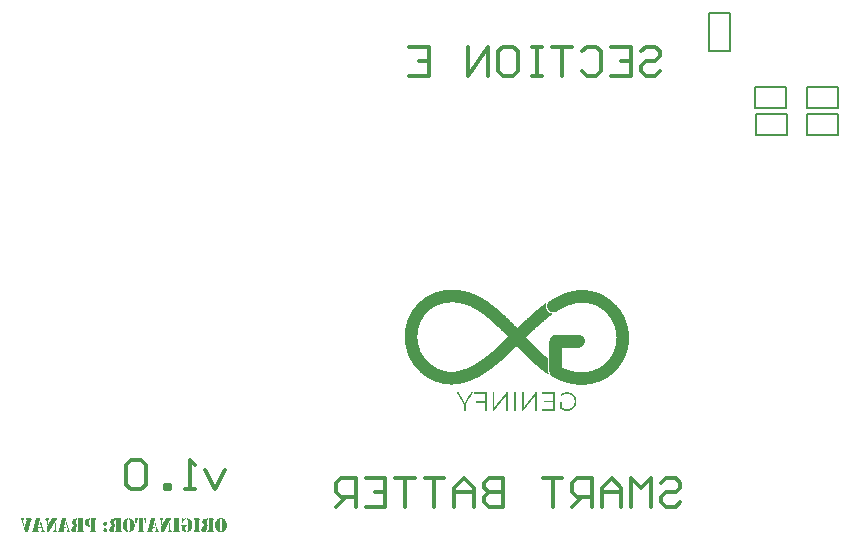
<source format=gbo>
G04*
G04 #@! TF.GenerationSoftware,Altium Limited,Altium Designer,20.1.8 (145)*
G04*
G04 Layer_Color=32896*
%FSLAX25Y25*%
%MOIN*%
G70*
G04*
G04 #@! TF.SameCoordinates,2B98FD46-9CAB-426A-9CBD-916E77886E0C*
G04*
G04*
G04 #@! TF.FilePolarity,Positive*
G04*
G01*
G75*
%ADD10C,0.00787*%
%ADD55C,0.01181*%
G36*
X215131Y111664D02*
X216058D01*
Y111560D01*
X216780D01*
Y111457D01*
X217295D01*
Y111354D01*
X217707D01*
Y111251D01*
X218120D01*
Y111148D01*
X218429D01*
Y111045D01*
X218738D01*
Y110942D01*
X219047D01*
Y110839D01*
X219357D01*
Y110736D01*
X219563D01*
Y110633D01*
X219872D01*
Y110530D01*
X220078D01*
Y110427D01*
X220284D01*
Y110324D01*
X220594D01*
Y110221D01*
X220800D01*
Y110118D01*
X221006D01*
Y110014D01*
X221212D01*
Y109911D01*
X221418D01*
Y109808D01*
X221521D01*
Y109705D01*
X221727D01*
Y109602D01*
X221933D01*
Y109499D01*
X222036D01*
Y109396D01*
X222243D01*
Y109293D01*
X222449D01*
Y109190D01*
X222552D01*
Y109087D01*
X222758D01*
Y108984D01*
X222861D01*
Y108881D01*
X222964D01*
Y108778D01*
X223170D01*
Y108675D01*
X223273D01*
Y108572D01*
X223479D01*
Y108468D01*
X223583D01*
Y108365D01*
X223686D01*
Y108262D01*
X223789D01*
Y108159D01*
X223995D01*
Y108056D01*
X224098D01*
Y107953D01*
X224201D01*
Y107850D01*
X224304D01*
Y107747D01*
X224407D01*
Y107644D01*
X224510D01*
Y107541D01*
X224613D01*
Y107438D01*
X224716D01*
Y107335D01*
X224819D01*
Y107232D01*
X224922D01*
Y107129D01*
X225025D01*
Y107026D01*
X225129D01*
Y106922D01*
X225232D01*
Y106819D01*
X225335D01*
Y106716D01*
X225438D01*
Y106613D01*
X225541D01*
Y106510D01*
X225644D01*
Y106407D01*
X225747D01*
Y106304D01*
X225850D01*
Y106201D01*
X225953D01*
Y106098D01*
X226056D01*
Y105995D01*
Y105892D01*
X226159D01*
Y105789D01*
X226262D01*
Y105686D01*
X226365D01*
Y105582D01*
X226468D01*
Y105479D01*
Y105376D01*
X226571D01*
Y105273D01*
X226675D01*
Y105170D01*
X226778D01*
Y105067D01*
Y104964D01*
X226881D01*
Y104861D01*
X226984D01*
Y104758D01*
Y104655D01*
X227087D01*
Y104552D01*
X227190D01*
Y104449D01*
Y104346D01*
X227293D01*
Y104243D01*
X227396D01*
Y104139D01*
Y104036D01*
X227499D01*
Y103933D01*
Y103830D01*
X227602D01*
Y103727D01*
Y103624D01*
X227705D01*
Y103521D01*
X227808D01*
Y103418D01*
Y103315D01*
X227911D01*
Y103212D01*
Y103109D01*
X228014D01*
Y103006D01*
Y102903D01*
X228117D01*
Y102800D01*
Y102697D01*
X228221D01*
Y102594D01*
Y102490D01*
X228324D01*
Y102387D01*
Y102284D01*
Y102181D01*
X228427D01*
Y102078D01*
Y101975D01*
X228530D01*
Y101872D01*
Y101769D01*
X228633D01*
Y101666D01*
Y101563D01*
Y101460D01*
X228736D01*
Y101357D01*
Y101254D01*
Y101151D01*
X228839D01*
Y101048D01*
Y100944D01*
Y100841D01*
X228942D01*
Y100738D01*
Y100635D01*
Y100532D01*
X229045D01*
Y100429D01*
Y100326D01*
Y100223D01*
X229148D01*
Y100120D01*
Y100017D01*
Y99914D01*
Y99811D01*
X229251D01*
Y99708D01*
Y99604D01*
Y99501D01*
Y99398D01*
X229354D01*
Y99295D01*
Y99192D01*
Y99089D01*
Y98986D01*
Y98883D01*
X229457D01*
Y98780D01*
Y98677D01*
Y98574D01*
Y98471D01*
Y98368D01*
Y98265D01*
X229560D01*
Y98162D01*
Y98058D01*
Y97955D01*
Y97852D01*
Y97749D01*
Y97646D01*
Y97543D01*
Y97440D01*
X229664D01*
Y97337D01*
Y97234D01*
Y97131D01*
Y97028D01*
Y96925D01*
Y96822D01*
Y96719D01*
Y96615D01*
Y96512D01*
Y96409D01*
Y96306D01*
Y96203D01*
Y96100D01*
Y95997D01*
Y95894D01*
Y95791D01*
Y95688D01*
Y95585D01*
Y95482D01*
Y95379D01*
Y95276D01*
Y95173D01*
Y95069D01*
Y94966D01*
Y94863D01*
Y94760D01*
Y94657D01*
Y94554D01*
Y94451D01*
Y94348D01*
Y94245D01*
Y94142D01*
X229560D01*
Y94039D01*
Y93936D01*
Y93833D01*
Y93730D01*
Y93626D01*
Y93523D01*
Y93420D01*
X229457D01*
Y93317D01*
Y93214D01*
Y93111D01*
Y93008D01*
Y92905D01*
Y92802D01*
X229354D01*
Y92699D01*
Y92596D01*
Y92493D01*
Y92390D01*
Y92287D01*
X229251D01*
Y92184D01*
Y92080D01*
Y91977D01*
Y91874D01*
X229148D01*
Y91771D01*
Y91668D01*
Y91565D01*
Y91462D01*
X229045D01*
Y91359D01*
Y91256D01*
Y91153D01*
X228942D01*
Y91050D01*
Y90947D01*
Y90844D01*
X228839D01*
Y90741D01*
Y90637D01*
Y90534D01*
X228736D01*
Y90431D01*
Y90328D01*
Y90225D01*
X228633D01*
Y90122D01*
Y90019D01*
Y89916D01*
X228530D01*
Y89813D01*
Y89710D01*
X228427D01*
Y89607D01*
Y89504D01*
X228324D01*
Y89401D01*
Y89298D01*
Y89195D01*
X228221D01*
Y89091D01*
Y88988D01*
X228117D01*
Y88885D01*
Y88782D01*
X228014D01*
Y88679D01*
Y88576D01*
X227911D01*
Y88473D01*
Y88370D01*
X227808D01*
Y88267D01*
Y88164D01*
X227705D01*
Y88061D01*
X227602D01*
Y87958D01*
Y87855D01*
X227499D01*
Y87752D01*
Y87648D01*
X227396D01*
Y87545D01*
X227293D01*
Y87442D01*
Y87339D01*
X227190D01*
Y87236D01*
Y87133D01*
X227087D01*
Y87030D01*
X226984D01*
Y86927D01*
Y86824D01*
X226881D01*
Y86721D01*
X226778D01*
Y86618D01*
X226675D01*
Y86515D01*
Y86412D01*
X226571D01*
Y86309D01*
X226468D01*
Y86206D01*
Y86102D01*
X226365D01*
Y85999D01*
X226262D01*
Y85896D01*
X226159D01*
Y85793D01*
X226056D01*
Y85690D01*
X225953D01*
Y85587D01*
Y85484D01*
X225850D01*
Y85381D01*
X225747D01*
Y85278D01*
X225644D01*
Y85175D01*
X225541D01*
Y85072D01*
X225438D01*
Y84969D01*
X225335D01*
Y84866D01*
X225232D01*
Y84763D01*
X225129D01*
Y84659D01*
X225025D01*
Y84556D01*
X224922D01*
Y84453D01*
X224819D01*
Y84350D01*
X224716D01*
Y84247D01*
X224613D01*
Y84144D01*
X224510D01*
Y84041D01*
X224407D01*
Y83938D01*
X224304D01*
Y83835D01*
X224201D01*
Y83732D01*
X223995D01*
Y83629D01*
X223892D01*
Y83526D01*
X223789D01*
Y83423D01*
X223686D01*
Y83320D01*
X223479D01*
Y83217D01*
X223376D01*
Y83113D01*
X223273D01*
Y83010D01*
X223067D01*
Y82907D01*
X222964D01*
Y82804D01*
X222758D01*
Y82701D01*
X222655D01*
Y82598D01*
X222449D01*
Y82495D01*
X222243D01*
Y82392D01*
X222140D01*
Y82289D01*
X221933D01*
Y82186D01*
X221727D01*
Y82083D01*
X221521D01*
Y81980D01*
X221418D01*
Y81877D01*
X221212D01*
Y81774D01*
X220903D01*
Y81670D01*
X220696D01*
Y81567D01*
X220490D01*
Y81464D01*
X220284D01*
Y81361D01*
X219975D01*
Y81258D01*
X219769D01*
Y81155D01*
X219460D01*
Y81052D01*
X219150D01*
Y80949D01*
X218841D01*
Y80846D01*
X218429D01*
Y80743D01*
X218120D01*
Y80640D01*
X217604D01*
Y80537D01*
X217192D01*
Y80434D01*
X216574D01*
Y80330D01*
X215749D01*
Y80228D01*
X212039D01*
Y80330D01*
X211214D01*
Y80434D01*
X210596D01*
Y80537D01*
X210080D01*
Y80640D01*
X209668D01*
Y80743D01*
X209256D01*
Y80846D01*
X208844D01*
Y80949D01*
X208534D01*
Y81052D01*
X208225D01*
Y81155D01*
X207916D01*
Y81258D01*
X207607D01*
Y81361D01*
X207297D01*
Y81464D01*
X207091D01*
Y81567D01*
X206782D01*
Y81670D01*
X206576D01*
Y81774D01*
X206267D01*
Y81877D01*
X206061D01*
Y81980D01*
X205855D01*
Y82083D01*
X205648D01*
Y82186D01*
X205442D01*
Y82289D01*
X205236D01*
Y82392D01*
X205030D01*
Y82495D01*
X204824D01*
Y82598D01*
X204618D01*
Y82701D01*
X204412D01*
Y82804D01*
X204205D01*
Y82907D01*
X204102D01*
Y83010D01*
X203896D01*
Y83113D01*
X203793D01*
Y83217D01*
X203690D01*
Y83320D01*
Y83423D01*
X203587D01*
Y83526D01*
X203484D01*
Y83629D01*
Y83732D01*
X203381D01*
Y83835D01*
Y83938D01*
Y84041D01*
X203278D01*
Y84144D01*
Y84247D01*
Y84350D01*
Y84453D01*
Y84556D01*
X203175D01*
Y84659D01*
Y84763D01*
Y84866D01*
Y84969D01*
Y85072D01*
Y85175D01*
Y85278D01*
Y85381D01*
Y85484D01*
Y85587D01*
Y85690D01*
Y85793D01*
Y85896D01*
Y85999D01*
Y86102D01*
Y86206D01*
Y86309D01*
Y86412D01*
Y86515D01*
Y86618D01*
Y86721D01*
Y86824D01*
Y86927D01*
Y87030D01*
Y87133D01*
Y87236D01*
Y87339D01*
Y87442D01*
Y87545D01*
Y87648D01*
Y87752D01*
Y87855D01*
Y87958D01*
Y88061D01*
Y88164D01*
Y88267D01*
Y88370D01*
Y88473D01*
Y88576D01*
Y88679D01*
Y88782D01*
Y88885D01*
Y88988D01*
Y89091D01*
Y89195D01*
Y89298D01*
Y89401D01*
Y89504D01*
Y89607D01*
Y89710D01*
Y89813D01*
Y89916D01*
Y90019D01*
Y90122D01*
Y90225D01*
Y90328D01*
Y90431D01*
Y90534D01*
Y90637D01*
Y90741D01*
Y90844D01*
Y90947D01*
Y91050D01*
Y91153D01*
Y91256D01*
Y91359D01*
Y91462D01*
Y91565D01*
Y91668D01*
Y91771D01*
Y91874D01*
Y91977D01*
Y92080D01*
Y92184D01*
Y92287D01*
Y92390D01*
Y92493D01*
Y92596D01*
Y92699D01*
Y92802D01*
Y92905D01*
Y93008D01*
Y93111D01*
Y93214D01*
Y93317D01*
Y93420D01*
Y93523D01*
Y93626D01*
Y93730D01*
Y93833D01*
Y93936D01*
Y94039D01*
Y94142D01*
Y94245D01*
Y94348D01*
Y94451D01*
Y94554D01*
Y94657D01*
Y94760D01*
X203278D01*
Y94863D01*
Y94966D01*
Y95069D01*
Y95173D01*
Y95276D01*
X203381D01*
Y95379D01*
Y95482D01*
Y95585D01*
X203484D01*
Y95688D01*
Y95791D01*
X203587D01*
Y95894D01*
X203690D01*
Y95997D01*
X203793D01*
Y96100D01*
Y96203D01*
X203999D01*
Y96306D01*
X204102D01*
Y96409D01*
X204205D01*
Y96512D01*
X204412D01*
Y96615D01*
X204721D01*
Y96719D01*
X205133D01*
Y96822D01*
X213069D01*
Y96719D01*
X213585D01*
Y96615D01*
X213791D01*
Y96512D01*
X213997D01*
Y96409D01*
X214100D01*
Y96306D01*
X214306D01*
Y96203D01*
X214409D01*
Y96100D01*
X214512D01*
Y95997D01*
X214616D01*
Y95894D01*
Y95791D01*
X214719D01*
Y95688D01*
Y95585D01*
X214822D01*
Y95482D01*
Y95379D01*
X214925D01*
Y95276D01*
Y95173D01*
Y95069D01*
Y94966D01*
X215028D01*
Y94863D01*
Y94760D01*
Y94657D01*
Y94554D01*
Y94451D01*
Y94348D01*
X214925D01*
Y94245D01*
Y94142D01*
Y94039D01*
Y93936D01*
X214822D01*
Y93833D01*
Y93730D01*
X214719D01*
Y93626D01*
Y93523D01*
X214616D01*
Y93420D01*
X214512D01*
Y93317D01*
X214409D01*
Y93214D01*
X214306D01*
Y93111D01*
X214203D01*
Y93008D01*
X214100D01*
Y92905D01*
X213894D01*
Y92802D01*
X213688D01*
Y92699D01*
X213482D01*
Y92596D01*
X207504D01*
Y92493D01*
X207401D01*
Y92390D01*
Y92287D01*
Y92184D01*
Y92080D01*
Y91977D01*
Y91874D01*
Y91771D01*
Y91668D01*
Y91565D01*
Y91462D01*
Y91359D01*
Y91256D01*
Y91153D01*
Y91050D01*
Y90947D01*
Y90844D01*
Y90741D01*
Y90637D01*
Y90534D01*
Y90431D01*
Y90328D01*
Y90225D01*
Y90122D01*
Y90019D01*
Y89916D01*
Y89813D01*
Y89710D01*
Y89607D01*
Y89504D01*
Y89401D01*
Y89298D01*
Y89195D01*
Y89091D01*
Y88988D01*
Y88885D01*
Y88782D01*
Y88679D01*
Y88576D01*
Y88473D01*
Y88370D01*
Y88267D01*
Y88164D01*
Y88061D01*
Y87958D01*
Y87855D01*
Y87752D01*
Y87648D01*
Y87545D01*
Y87442D01*
Y87339D01*
Y87236D01*
Y87133D01*
Y87030D01*
Y86927D01*
Y86824D01*
Y86721D01*
Y86618D01*
Y86515D01*
Y86412D01*
Y86309D01*
Y86206D01*
Y86102D01*
Y85999D01*
Y85896D01*
X207607D01*
Y85793D01*
X207813D01*
Y85690D01*
X208019D01*
Y85587D01*
X208328D01*
Y85484D01*
X208534D01*
Y85381D01*
X208844D01*
Y85278D01*
X209050D01*
Y85175D01*
X209359D01*
Y85072D01*
X209668D01*
Y84969D01*
X210080D01*
Y84866D01*
X210493D01*
Y84763D01*
X210905D01*
Y84659D01*
X211420D01*
Y84556D01*
X212142D01*
Y84453D01*
X213482D01*
Y84350D01*
X214306D01*
Y84453D01*
X215646D01*
Y84556D01*
X216368D01*
Y84659D01*
X216883D01*
Y84763D01*
X217295D01*
Y84866D01*
X217604D01*
Y84969D01*
X217914D01*
Y85072D01*
X218223D01*
Y85175D01*
X218532D01*
Y85278D01*
X218738D01*
Y85381D01*
X218944D01*
Y85484D01*
X219150D01*
Y85587D01*
X219357D01*
Y85690D01*
X219563D01*
Y85793D01*
X219769D01*
Y85896D01*
X219975D01*
Y85999D01*
X220181D01*
Y86102D01*
X220284D01*
Y86206D01*
X220490D01*
Y86309D01*
X220594D01*
Y86412D01*
X220800D01*
Y86515D01*
X220903D01*
Y86618D01*
X221006D01*
Y86721D01*
X221212D01*
Y86824D01*
X221315D01*
Y86927D01*
X221418D01*
Y87030D01*
X221521D01*
Y87133D01*
X221624D01*
Y87236D01*
X221727D01*
Y87339D01*
X221933D01*
Y87442D01*
X222036D01*
Y87545D01*
X222140D01*
Y87648D01*
X222243D01*
Y87752D01*
X222346D01*
Y87855D01*
X222449D01*
Y87958D01*
X222552D01*
Y88061D01*
Y88164D01*
X222655D01*
Y88267D01*
X222758D01*
Y88370D01*
X222861D01*
Y88473D01*
X222964D01*
Y88576D01*
X223067D01*
Y88679D01*
Y88782D01*
X223170D01*
Y88885D01*
X223273D01*
Y88988D01*
X223376D01*
Y89091D01*
Y89195D01*
X223479D01*
Y89298D01*
X223583D01*
Y89401D01*
Y89504D01*
X223686D01*
Y89607D01*
X223789D01*
Y89710D01*
Y89813D01*
X223892D01*
Y89916D01*
Y90019D01*
X223995D01*
Y90122D01*
X224098D01*
Y90225D01*
Y90328D01*
X224201D01*
Y90431D01*
Y90534D01*
X224304D01*
Y90637D01*
Y90741D01*
X224407D01*
Y90844D01*
Y90947D01*
X224510D01*
Y91050D01*
Y91153D01*
Y91256D01*
X224613D01*
Y91359D01*
Y91462D01*
X224716D01*
Y91565D01*
Y91668D01*
X224819D01*
Y91771D01*
Y91874D01*
Y91977D01*
X224922D01*
Y92080D01*
Y92184D01*
Y92287D01*
X225025D01*
Y92390D01*
Y92493D01*
Y92596D01*
Y92699D01*
X225129D01*
Y92802D01*
Y92905D01*
Y93008D01*
Y93111D01*
X225232D01*
Y93214D01*
Y93317D01*
Y93420D01*
Y93523D01*
X225335D01*
Y93626D01*
Y93730D01*
Y93833D01*
Y93936D01*
Y94039D01*
Y94142D01*
Y94245D01*
X225438D01*
Y94348D01*
Y94451D01*
Y94554D01*
Y94657D01*
Y94760D01*
Y94863D01*
Y94966D01*
Y95069D01*
Y95173D01*
Y95276D01*
Y95379D01*
Y95482D01*
Y95585D01*
Y95688D01*
X225541D01*
Y95791D01*
Y95894D01*
Y95997D01*
X225438D01*
Y96100D01*
Y96203D01*
Y96306D01*
Y96409D01*
Y96512D01*
Y96615D01*
Y96719D01*
Y96822D01*
Y96925D01*
Y97028D01*
Y97131D01*
Y97234D01*
Y97337D01*
Y97440D01*
X225335D01*
Y97543D01*
Y97646D01*
Y97749D01*
Y97852D01*
Y97955D01*
Y98058D01*
X225232D01*
Y98162D01*
Y98265D01*
Y98368D01*
Y98471D01*
Y98574D01*
X225129D01*
Y98677D01*
Y98780D01*
Y98883D01*
Y98986D01*
X225025D01*
Y99089D01*
Y99192D01*
Y99295D01*
Y99398D01*
X224922D01*
Y99501D01*
Y99604D01*
Y99708D01*
X224819D01*
Y99811D01*
Y99914D01*
X224716D01*
Y100017D01*
Y100120D01*
Y100223D01*
X224613D01*
Y100326D01*
Y100429D01*
X224510D01*
Y100532D01*
Y100635D01*
Y100738D01*
X224407D01*
Y100841D01*
Y100944D01*
X224304D01*
Y101048D01*
Y101151D01*
X224201D01*
Y101254D01*
Y101357D01*
X224098D01*
Y101460D01*
Y101563D01*
X223995D01*
Y101666D01*
X223892D01*
Y101769D01*
Y101872D01*
X223789D01*
Y101975D01*
Y102078D01*
X223686D01*
Y102181D01*
X223583D01*
Y102284D01*
Y102387D01*
X223479D01*
Y102490D01*
X223376D01*
Y102594D01*
Y102697D01*
X223273D01*
Y102800D01*
X223170D01*
Y102903D01*
X223067D01*
Y103006D01*
Y103109D01*
X222964D01*
Y103212D01*
X222861D01*
Y103315D01*
X222758D01*
Y103418D01*
X222655D01*
Y103521D01*
Y103624D01*
X222552D01*
Y103727D01*
X222449D01*
Y103830D01*
X222346D01*
Y103933D01*
X222243D01*
Y104036D01*
X222140D01*
Y104139D01*
X222036D01*
Y104243D01*
X221933D01*
Y104346D01*
X221830D01*
Y104449D01*
X221727D01*
Y104552D01*
X221624D01*
Y104655D01*
X221521D01*
Y104758D01*
X221315D01*
Y104861D01*
X221212D01*
Y104964D01*
X221109D01*
Y105067D01*
X221006D01*
Y105170D01*
X220800D01*
Y105273D01*
X220696D01*
Y105376D01*
X220594D01*
Y105479D01*
X220387D01*
Y105582D01*
X220284D01*
Y105686D01*
X220078D01*
Y105789D01*
X219975D01*
Y105892D01*
X219769D01*
Y105995D01*
X219563D01*
Y106098D01*
X219357D01*
Y106201D01*
X219254D01*
Y106304D01*
X219047D01*
Y106407D01*
X218841D01*
Y106510D01*
X218635D01*
Y106613D01*
X218326D01*
Y106716D01*
X218120D01*
Y106819D01*
X217811D01*
Y106922D01*
X217604D01*
Y107026D01*
X217295D01*
Y107129D01*
X216883D01*
Y107232D01*
X216471D01*
Y107335D01*
X215955D01*
Y107438D01*
X215028D01*
Y107541D01*
X213276D01*
Y107438D01*
X212451D01*
Y107335D01*
X211833D01*
Y107232D01*
X211317D01*
Y107129D01*
X210905D01*
Y107026D01*
X210596D01*
Y106922D01*
X210286D01*
Y106819D01*
X209977D01*
Y106716D01*
X209668D01*
Y106613D01*
X209359D01*
Y106510D01*
X209153D01*
Y106407D01*
X208844D01*
Y106304D01*
X208637D01*
Y106201D01*
X208431D01*
Y106098D01*
X208225D01*
Y105995D01*
X208019D01*
Y105892D01*
X207813D01*
Y105789D01*
X207607D01*
Y105686D01*
X207401D01*
Y105582D01*
X207194D01*
Y105479D01*
X206988D01*
Y105376D01*
X206782D01*
Y105273D01*
X206576D01*
Y105170D01*
X206473D01*
Y105067D01*
X206267D01*
Y104964D01*
X206061D01*
Y104861D01*
X205958D01*
Y104758D01*
X205751D01*
Y104655D01*
X205545D01*
Y104552D01*
X205339D01*
Y104449D01*
X205133D01*
Y104346D01*
X204515D01*
Y104243D01*
X204412D01*
Y104346D01*
X203896D01*
Y104449D01*
X203587D01*
Y104552D01*
X203381D01*
Y104655D01*
X203278D01*
Y104758D01*
X203072D01*
Y104861D01*
X202969D01*
Y104964D01*
X202866D01*
Y105067D01*
Y105170D01*
X202763D01*
Y105273D01*
X202659D01*
Y105376D01*
Y105479D01*
X202556D01*
Y105582D01*
Y105686D01*
X202453D01*
Y105789D01*
Y105892D01*
Y105995D01*
Y106098D01*
X202350D01*
Y106201D01*
Y106304D01*
Y106407D01*
Y106510D01*
Y106613D01*
X202453D01*
Y106716D01*
Y106819D01*
Y106922D01*
Y107026D01*
X202556D01*
Y107129D01*
Y107232D01*
Y107335D01*
X202659D01*
Y107438D01*
Y107541D01*
X202763D01*
Y107644D01*
X202866D01*
Y107747D01*
X202969D01*
Y107850D01*
X203072D01*
Y107953D01*
X203175D01*
Y108056D01*
X203278D01*
Y108159D01*
X203381D01*
Y108262D01*
X203587D01*
Y108365D01*
X203793D01*
Y108468D01*
X203896D01*
Y108572D01*
X204102D01*
Y108675D01*
X204309D01*
Y108778D01*
X204412D01*
Y108881D01*
X204618D01*
Y108984D01*
X204824D01*
Y109087D01*
X205030D01*
Y109190D01*
X205236D01*
Y109293D01*
X205442D01*
Y109396D01*
X205648D01*
Y109499D01*
X205855D01*
Y109602D01*
X206061D01*
Y109705D01*
X206267D01*
Y109808D01*
X206473D01*
Y109911D01*
X206679D01*
Y110014D01*
X206885D01*
Y110118D01*
X207091D01*
Y110221D01*
X207401D01*
Y110324D01*
X207607D01*
Y110427D01*
X207916D01*
Y110530D01*
X208122D01*
Y110633D01*
X208431D01*
Y110736D01*
X208740D01*
Y110839D01*
X209050D01*
Y110942D01*
X209359D01*
Y111045D01*
X209771D01*
Y111148D01*
X210080D01*
Y111251D01*
X210493D01*
Y111354D01*
X211008D01*
Y111457D01*
X211523D01*
Y111560D01*
X212142D01*
Y111664D01*
X213173D01*
Y111767D01*
X215131D01*
Y111664D01*
D02*
G37*
G36*
X172048Y111767D02*
X173079D01*
Y111664D01*
X173800D01*
Y111560D01*
X174315D01*
Y111457D01*
X174831D01*
Y111354D01*
X175243D01*
Y111251D01*
X175655D01*
Y111148D01*
X175964D01*
Y111045D01*
X176274D01*
Y110942D01*
X176583D01*
Y110839D01*
X176892D01*
Y110736D01*
X177201D01*
Y110633D01*
X177510D01*
Y110530D01*
X177717D01*
Y110427D01*
X178026D01*
Y110324D01*
X178232D01*
Y110221D01*
X178541D01*
Y110118D01*
X178747D01*
Y110014D01*
X178954D01*
Y109911D01*
X179160D01*
Y109808D01*
X179366D01*
Y109705D01*
X179572D01*
Y109602D01*
X179778D01*
Y109499D01*
X179984D01*
Y109396D01*
X180190D01*
Y109293D01*
X180396D01*
Y109190D01*
X180603D01*
Y109087D01*
X180706D01*
Y108984D01*
X180912D01*
Y108881D01*
X181118D01*
Y108778D01*
X181221D01*
Y108675D01*
X181427D01*
Y108572D01*
X181633D01*
Y108468D01*
X181736D01*
Y108365D01*
X181942D01*
Y108262D01*
X182046D01*
Y108159D01*
X182252D01*
Y108056D01*
X182355D01*
Y107953D01*
X182561D01*
Y107850D01*
X182664D01*
Y107747D01*
X182870D01*
Y107644D01*
X182973D01*
Y107541D01*
X183179D01*
Y107438D01*
X183282D01*
Y107335D01*
X183386D01*
Y107232D01*
X183592D01*
Y107129D01*
X183695D01*
Y107026D01*
X183798D01*
Y106922D01*
X184004D01*
Y106819D01*
X184107D01*
Y106716D01*
X184210D01*
Y106613D01*
X184416D01*
Y106510D01*
X184519D01*
Y106407D01*
X184622D01*
Y106304D01*
X184725D01*
Y106201D01*
X184932D01*
Y106098D01*
X185035D01*
Y105995D01*
X185138D01*
Y105892D01*
X185241D01*
Y105789D01*
X185447D01*
Y105686D01*
X185550D01*
Y105582D01*
X185653D01*
Y105479D01*
X185756D01*
Y105376D01*
X185859D01*
Y105273D01*
X185962D01*
Y105170D01*
X186168D01*
Y105067D01*
X186271D01*
Y104964D01*
X186374D01*
Y104861D01*
X186477D01*
Y104758D01*
X186581D01*
Y104655D01*
X186684D01*
Y104552D01*
X186787D01*
Y104449D01*
X186993D01*
Y104346D01*
X187096D01*
Y104243D01*
X187199D01*
Y104139D01*
X187302D01*
Y104036D01*
X187405D01*
Y103933D01*
X187508D01*
Y103830D01*
X187611D01*
Y103727D01*
X187714D01*
Y103624D01*
X187817D01*
Y103521D01*
X187920D01*
Y103418D01*
X188024D01*
Y103315D01*
X188230D01*
Y103212D01*
X188333D01*
Y103109D01*
X188436D01*
Y103006D01*
X188539D01*
Y102903D01*
X188642D01*
Y102800D01*
X188745D01*
Y102697D01*
X188848D01*
Y102594D01*
X188951D01*
Y102490D01*
X189054D01*
Y102387D01*
X189157D01*
Y102284D01*
X189260D01*
Y102181D01*
X189364D01*
Y102078D01*
X189467D01*
Y101975D01*
X189570D01*
Y101872D01*
X189673D01*
Y101769D01*
X189776D01*
Y101666D01*
X189879D01*
Y101563D01*
X189982D01*
Y101460D01*
X190085D01*
Y101357D01*
X190188D01*
Y101254D01*
X190291D01*
Y101151D01*
X190394D01*
Y101048D01*
X190497D01*
Y100944D01*
X190600D01*
Y100841D01*
X190703D01*
Y100738D01*
X190806D01*
Y100635D01*
X190910D01*
Y100532D01*
X191013D01*
Y100429D01*
X191116D01*
Y100326D01*
X191219D01*
Y100223D01*
X191322D01*
Y100120D01*
X191425D01*
Y100017D01*
X191528D01*
Y99914D01*
X191631D01*
Y99811D01*
X191734D01*
Y99708D01*
X191837D01*
Y99604D01*
X191940D01*
Y99501D01*
X192043D01*
Y99398D01*
X192146D01*
Y99295D01*
X192249D01*
Y99192D01*
X192352D01*
Y99089D01*
X192559D01*
Y99192D01*
X192662D01*
Y99295D01*
X192765D01*
Y99398D01*
X192868D01*
Y99501D01*
X192971D01*
Y99604D01*
X193074D01*
Y99708D01*
X193177D01*
Y99811D01*
X193280D01*
Y99914D01*
X193383D01*
Y100017D01*
X193486D01*
Y100120D01*
X193589D01*
Y100223D01*
X193692D01*
Y100326D01*
X193796D01*
Y100429D01*
X193898D01*
Y100532D01*
X194002D01*
Y100635D01*
X194208D01*
Y100738D01*
X194311D01*
Y100841D01*
X194414D01*
Y100944D01*
X194517D01*
Y101048D01*
X194620D01*
Y101151D01*
X194723D01*
Y101254D01*
X194826D01*
Y101357D01*
X194929D01*
Y101460D01*
X195032D01*
Y101563D01*
X195135D01*
Y101666D01*
X195238D01*
Y101769D01*
X195342D01*
Y101872D01*
X195548D01*
Y101975D01*
X195651D01*
Y102078D01*
X195754D01*
Y102181D01*
X195857D01*
Y102284D01*
X195960D01*
Y102387D01*
X196063D01*
Y102490D01*
X196166D01*
Y102594D01*
X196269D01*
Y102697D01*
X196372D01*
Y102800D01*
X196475D01*
Y102903D01*
X196681D01*
Y103006D01*
X196784D01*
Y103109D01*
X196888D01*
Y103212D01*
X196991D01*
Y103315D01*
X197094D01*
Y103418D01*
X197197D01*
Y103521D01*
X197300D01*
Y103624D01*
X197403D01*
Y103727D01*
X197609D01*
Y103830D01*
X197712D01*
Y103933D01*
X197815D01*
Y104036D01*
X197918D01*
Y104139D01*
X198021D01*
Y104243D01*
X198124D01*
Y104346D01*
X198227D01*
Y104449D01*
X198434D01*
Y104552D01*
X198537D01*
Y104655D01*
X198640D01*
Y104758D01*
X198743D01*
Y104861D01*
X198846D01*
Y104964D01*
X198949D01*
Y105067D01*
X199155D01*
Y105170D01*
X199258D01*
Y105273D01*
X199361D01*
Y105376D01*
X199464D01*
Y105479D01*
X199567D01*
Y105582D01*
X199774D01*
Y105686D01*
X199877D01*
Y105789D01*
X199980D01*
Y105892D01*
X200083D01*
Y105995D01*
X200289D01*
Y106098D01*
X200392D01*
Y106201D01*
X200495D01*
Y106304D01*
X200598D01*
Y106407D01*
X200804D01*
Y106510D01*
X200907D01*
Y106613D01*
X201010D01*
Y106716D01*
X201216D01*
Y106819D01*
X201320D01*
Y106922D01*
X201423D01*
Y107026D01*
X201629D01*
Y107129D01*
X201732D01*
Y107232D01*
X201835D01*
Y107335D01*
X202041D01*
Y107438D01*
X202144D01*
Y107541D01*
X202247D01*
Y107438D01*
Y107335D01*
X202144D01*
Y107232D01*
Y107129D01*
Y107026D01*
X202041D01*
Y106922D01*
Y106819D01*
Y106716D01*
Y106613D01*
Y106510D01*
Y106407D01*
Y106304D01*
Y106201D01*
Y106098D01*
Y105995D01*
Y105892D01*
Y105789D01*
X202144D01*
Y105686D01*
Y105582D01*
Y105479D01*
X202247D01*
Y105376D01*
Y105273D01*
X202350D01*
Y105170D01*
Y105067D01*
X202453D01*
Y104964D01*
Y104861D01*
X202556D01*
Y104758D01*
X202659D01*
Y104655D01*
X202763D01*
Y104552D01*
X202866D01*
Y104449D01*
X202969D01*
Y104346D01*
X203175D01*
Y104243D01*
X203381D01*
Y104139D01*
X203587D01*
Y104036D01*
X203896D01*
Y103933D01*
X204412D01*
Y103830D01*
X204309D01*
Y103727D01*
X204102D01*
Y103624D01*
X203999D01*
Y103521D01*
X203896D01*
Y103418D01*
X203690D01*
Y103315D01*
X203587D01*
Y103212D01*
X203484D01*
Y103109D01*
X203278D01*
Y103006D01*
X203175D01*
Y102903D01*
X203072D01*
Y102800D01*
X202969D01*
Y102697D01*
X202763D01*
Y102594D01*
X202659D01*
Y102490D01*
X202556D01*
Y102387D01*
X202453D01*
Y102284D01*
X202247D01*
Y102181D01*
X202144D01*
Y102078D01*
X202041D01*
Y101975D01*
X201938D01*
Y101872D01*
X201835D01*
Y101769D01*
X201732D01*
Y101666D01*
X201526D01*
Y101563D01*
X201423D01*
Y101460D01*
X201320D01*
Y101357D01*
X201216D01*
Y101254D01*
X201113D01*
Y101151D01*
X201010D01*
Y101048D01*
X200804D01*
Y100944D01*
X200701D01*
Y100841D01*
X200598D01*
Y100738D01*
X200495D01*
Y100635D01*
X200392D01*
Y100532D01*
X200289D01*
Y100429D01*
X200186D01*
Y100326D01*
X199980D01*
Y100223D01*
X199877D01*
Y100120D01*
X199774D01*
Y100017D01*
X199670D01*
Y99914D01*
X199567D01*
Y99811D01*
X199464D01*
Y99708D01*
X199361D01*
Y99604D01*
X199258D01*
Y99501D01*
X199052D01*
Y99398D01*
X198949D01*
Y99295D01*
X198846D01*
Y99192D01*
X198743D01*
Y99089D01*
X198640D01*
Y98986D01*
X198537D01*
Y98883D01*
X198434D01*
Y98780D01*
X198330D01*
Y98677D01*
X198227D01*
Y98574D01*
X198124D01*
Y98471D01*
X198021D01*
Y98368D01*
X197815D01*
Y98265D01*
X197712D01*
Y98162D01*
X197609D01*
Y98058D01*
X197506D01*
Y97955D01*
X197403D01*
Y97852D01*
X197300D01*
Y97749D01*
X197197D01*
Y97646D01*
X197094D01*
Y97543D01*
X196991D01*
Y97440D01*
X196888D01*
Y97337D01*
X196784D01*
Y97234D01*
X196681D01*
Y97131D01*
X196578D01*
Y97028D01*
X196372D01*
Y96925D01*
X196269D01*
Y96822D01*
X196166D01*
Y96719D01*
X196063D01*
Y96615D01*
X195960D01*
Y96512D01*
X195857D01*
Y96409D01*
X195754D01*
Y96306D01*
X195651D01*
Y96203D01*
X195548D01*
Y96100D01*
X195445D01*
Y95997D01*
Y95894D01*
Y95791D01*
X195548D01*
Y95688D01*
X195651D01*
Y95585D01*
X195754D01*
Y95482D01*
X195857D01*
Y95379D01*
X195960D01*
Y95276D01*
X196063D01*
Y95173D01*
X196166D01*
Y95069D01*
X196269D01*
Y94966D01*
X196372D01*
Y94863D01*
X196475D01*
Y94760D01*
X196578D01*
Y94657D01*
X196681D01*
Y94554D01*
X196784D01*
Y94451D01*
X196888D01*
Y94348D01*
X196991D01*
Y94245D01*
X197094D01*
Y94142D01*
X197197D01*
Y94039D01*
X197300D01*
Y93936D01*
X197403D01*
Y93833D01*
X197506D01*
Y93730D01*
X197609D01*
Y93626D01*
X197712D01*
Y93523D01*
X197815D01*
Y93420D01*
X197918D01*
Y93317D01*
X198021D01*
Y93214D01*
X198124D01*
Y93111D01*
X198227D01*
Y93008D01*
X198330D01*
Y92905D01*
X198434D01*
Y92802D01*
X198537D01*
Y92699D01*
X198640D01*
Y92596D01*
X198743D01*
Y92493D01*
X198846D01*
Y92390D01*
X198949D01*
Y92287D01*
X199052D01*
Y92184D01*
X199155D01*
Y92080D01*
X199258D01*
Y91977D01*
X199361D01*
Y91874D01*
X199464D01*
Y91771D01*
X199567D01*
Y91668D01*
X199670D01*
Y91565D01*
X199774D01*
Y91462D01*
X199877D01*
Y91359D01*
X199980D01*
Y91256D01*
X200083D01*
Y91153D01*
X200186D01*
Y91050D01*
X200289D01*
Y90947D01*
X200392D01*
Y90844D01*
X200598D01*
Y90741D01*
X200701D01*
Y90637D01*
X200804D01*
Y90534D01*
X200907D01*
Y90431D01*
X201010D01*
Y90328D01*
X201113D01*
Y90225D01*
X201216D01*
Y90122D01*
X201320D01*
Y90019D01*
X201423D01*
Y89916D01*
X201629D01*
Y89813D01*
X201732D01*
Y89710D01*
X201835D01*
Y89607D01*
X201938D01*
Y89504D01*
X202041D01*
Y89401D01*
X202144D01*
Y89298D01*
X202350D01*
Y89195D01*
X202453D01*
Y89091D01*
X202556D01*
Y88988D01*
X202659D01*
Y88885D01*
X202866D01*
Y88782D01*
Y88679D01*
Y88576D01*
Y88473D01*
Y88370D01*
Y88267D01*
Y88164D01*
Y88061D01*
Y87958D01*
Y87855D01*
Y87752D01*
Y87648D01*
Y87545D01*
Y87442D01*
Y87339D01*
Y87236D01*
Y87133D01*
Y87030D01*
Y86927D01*
Y86824D01*
Y86721D01*
Y86618D01*
Y86515D01*
Y86412D01*
Y86309D01*
Y86206D01*
Y86102D01*
Y85999D01*
Y85896D01*
Y85793D01*
Y85690D01*
Y85587D01*
Y85484D01*
Y85381D01*
Y85278D01*
Y85175D01*
Y85072D01*
Y84969D01*
Y84866D01*
Y84763D01*
Y84659D01*
Y84556D01*
Y84453D01*
Y84350D01*
Y84247D01*
Y84144D01*
Y84041D01*
X202969D01*
Y83938D01*
Y83835D01*
Y83732D01*
X203072D01*
Y83629D01*
Y83526D01*
X202969D01*
Y83629D01*
X202763D01*
Y83732D01*
X202556D01*
Y83835D01*
X202453D01*
Y83938D01*
X202247D01*
Y84041D01*
X202144D01*
Y84144D01*
X201938D01*
Y84247D01*
X201835D01*
Y84350D01*
X201629D01*
Y84453D01*
X201526D01*
Y84556D01*
X201320D01*
Y84659D01*
X201216D01*
Y84763D01*
X201113D01*
Y84866D01*
X200907D01*
Y84969D01*
X200804D01*
Y85072D01*
X200701D01*
Y85175D01*
X200495D01*
Y85278D01*
X200392D01*
Y85381D01*
X200289D01*
Y85484D01*
X200186D01*
Y85587D01*
X199980D01*
Y85690D01*
X199877D01*
Y85793D01*
X199774D01*
Y85896D01*
X199670D01*
Y85999D01*
X199464D01*
Y86102D01*
X199361D01*
Y86206D01*
X199258D01*
Y86309D01*
X199155D01*
Y86412D01*
X199052D01*
Y86515D01*
X198949D01*
Y86618D01*
X198743D01*
Y86721D01*
X198640D01*
Y86824D01*
X198537D01*
Y86927D01*
X198434D01*
Y87030D01*
X198330D01*
Y87133D01*
X198227D01*
Y87236D01*
X198124D01*
Y87339D01*
X198021D01*
Y87442D01*
X197815D01*
Y87545D01*
X197712D01*
Y87648D01*
X197609D01*
Y87752D01*
X197506D01*
Y87855D01*
X197403D01*
Y87958D01*
X197300D01*
Y88061D01*
X197197D01*
Y88164D01*
X197094D01*
Y88267D01*
X196991D01*
Y88370D01*
X196888D01*
Y88473D01*
X196784D01*
Y88576D01*
X196681D01*
Y88679D01*
X196578D01*
Y88782D01*
X196475D01*
Y88885D01*
X196269D01*
Y88988D01*
X196166D01*
Y89091D01*
X196063D01*
Y89195D01*
X195960D01*
Y89298D01*
X195857D01*
Y89401D01*
X195754D01*
Y89504D01*
X195651D01*
Y89607D01*
X195548D01*
Y89710D01*
X195445D01*
Y89813D01*
X195342D01*
Y89916D01*
X195238D01*
Y90019D01*
X195135D01*
Y90122D01*
X195032D01*
Y90225D01*
X194929D01*
Y90328D01*
X194826D01*
Y90431D01*
X194723D01*
Y90534D01*
X194620D01*
Y90637D01*
X194517D01*
Y90741D01*
X194414D01*
Y90844D01*
X194311D01*
Y90947D01*
X194208D01*
Y91050D01*
X194105D01*
Y91153D01*
X194002D01*
Y91256D01*
X193898D01*
Y91359D01*
X193796D01*
Y91462D01*
X193692D01*
Y91565D01*
Y91668D01*
X193589D01*
Y91771D01*
X193486D01*
Y91874D01*
X193383D01*
Y91977D01*
X193280D01*
Y92080D01*
X193177D01*
Y92184D01*
X193074D01*
Y92287D01*
X192971D01*
Y92390D01*
X192868D01*
Y92493D01*
X192765D01*
Y92596D01*
X192662D01*
Y92699D01*
X192559D01*
Y92802D01*
X192456D01*
Y92905D01*
X192352D01*
Y93008D01*
X192249D01*
Y92905D01*
X192146D01*
Y92802D01*
X192043D01*
Y92699D01*
X191837D01*
Y92596D01*
X191734D01*
Y92493D01*
X191631D01*
Y92390D01*
X191528D01*
Y92287D01*
X191425D01*
Y92184D01*
X191322D01*
Y92080D01*
X191219D01*
Y91977D01*
X191116D01*
Y91874D01*
X191013D01*
Y91771D01*
X190910D01*
Y91668D01*
X190806D01*
Y91565D01*
X190703D01*
Y91462D01*
X190600D01*
Y91359D01*
X190497D01*
Y91256D01*
X190394D01*
Y91153D01*
X190291D01*
Y91050D01*
X190188D01*
Y90947D01*
X190085D01*
Y90844D01*
X189982D01*
Y90741D01*
X189879D01*
Y90637D01*
X189776D01*
Y90534D01*
X189673D01*
Y90431D01*
X189570D01*
Y90328D01*
X189467D01*
Y90225D01*
X189364D01*
Y90122D01*
X189260D01*
Y90019D01*
X189157D01*
Y89916D01*
X188951D01*
Y89813D01*
X188848D01*
Y89710D01*
X188745D01*
Y89607D01*
X188642D01*
Y89504D01*
X188539D01*
Y89401D01*
X188436D01*
Y89298D01*
X188333D01*
Y89195D01*
X188230D01*
Y89091D01*
X188127D01*
Y88988D01*
X188024D01*
Y88885D01*
X187920D01*
Y88782D01*
X187817D01*
Y88679D01*
X187714D01*
Y88576D01*
X187611D01*
Y88473D01*
X187405D01*
Y88370D01*
X187302D01*
Y88267D01*
X187199D01*
Y88164D01*
X187096D01*
Y88061D01*
X186993D01*
Y87958D01*
X186787D01*
Y87855D01*
X186684D01*
Y87752D01*
X186581D01*
Y87648D01*
X186477D01*
Y87545D01*
X186374D01*
Y87442D01*
X186168D01*
Y87339D01*
X186065D01*
Y87236D01*
X185962D01*
Y87133D01*
X185859D01*
Y87030D01*
X185653D01*
Y86927D01*
X185550D01*
Y86824D01*
X185447D01*
Y86721D01*
X185344D01*
Y86618D01*
X185138D01*
Y86515D01*
X185035D01*
Y86412D01*
X184932D01*
Y86309D01*
X184725D01*
Y86206D01*
X184622D01*
Y86102D01*
X184519D01*
Y85999D01*
X184416D01*
Y85896D01*
X184210D01*
Y85793D01*
X184107D01*
Y85690D01*
X184004D01*
Y85587D01*
X183798D01*
Y85484D01*
X183695D01*
Y85381D01*
X183489D01*
Y85278D01*
X183386D01*
Y85175D01*
X183282D01*
Y85072D01*
X183076D01*
Y84969D01*
X182973D01*
Y84866D01*
X182767D01*
Y84763D01*
X182664D01*
Y84659D01*
X182458D01*
Y84556D01*
X182355D01*
Y84453D01*
X182149D01*
Y84350D01*
X182046D01*
Y84247D01*
X181839D01*
Y84144D01*
X181736D01*
Y84041D01*
X181530D01*
Y83938D01*
X181427D01*
Y83835D01*
X181221D01*
Y83732D01*
X181118D01*
Y83629D01*
X180912D01*
Y83526D01*
X180706D01*
Y83423D01*
X180603D01*
Y83320D01*
X180396D01*
Y83217D01*
X180190D01*
Y83113D01*
X179984D01*
Y83010D01*
X179881D01*
Y82907D01*
X179675D01*
Y82804D01*
X179469D01*
Y82701D01*
X179263D01*
Y82598D01*
X179057D01*
Y82495D01*
X178850D01*
Y82392D01*
X178644D01*
Y82289D01*
X178438D01*
Y82186D01*
X178232D01*
Y82083D01*
X178026D01*
Y81980D01*
X177717D01*
Y81877D01*
X177510D01*
Y81774D01*
X177304D01*
Y81670D01*
X176995D01*
Y81567D01*
X176789D01*
Y81464D01*
X176480D01*
Y81361D01*
X176171D01*
Y81258D01*
X175861D01*
Y81155D01*
X175552D01*
Y81052D01*
X175243D01*
Y80949D01*
X174934D01*
Y80846D01*
X174522D01*
Y80743D01*
X174109D01*
Y80640D01*
X173594D01*
Y80537D01*
X173079D01*
Y80434D01*
X172357D01*
Y80330D01*
X171017D01*
Y80228D01*
X169986D01*
Y80330D01*
X168750D01*
Y80434D01*
X168028D01*
Y80537D01*
X167513D01*
Y80640D01*
X166998D01*
Y80743D01*
X166585D01*
Y80846D01*
X166276D01*
Y80949D01*
X165967D01*
Y81052D01*
X165657D01*
Y81155D01*
X165348D01*
Y81258D01*
X165039D01*
Y81361D01*
X164833D01*
Y81464D01*
X164627D01*
Y81567D01*
X164318D01*
Y81670D01*
X164111D01*
Y81774D01*
X163905D01*
Y81877D01*
X163699D01*
Y81980D01*
X163493D01*
Y82083D01*
X163287D01*
Y82186D01*
X163081D01*
Y82289D01*
X162978D01*
Y82392D01*
X162772D01*
Y82495D01*
X162566D01*
Y82598D01*
X162462D01*
Y82701D01*
X162256D01*
Y82804D01*
X162153D01*
Y82907D01*
X161947D01*
Y83010D01*
X161844D01*
Y83113D01*
X161638D01*
Y83217D01*
X161535D01*
Y83320D01*
X161329D01*
Y83423D01*
X161226D01*
Y83526D01*
X161123D01*
Y83629D01*
X161019D01*
Y83732D01*
X160813D01*
Y83835D01*
X160710D01*
Y83938D01*
X160607D01*
Y84041D01*
X160504D01*
Y84144D01*
X160401D01*
Y84247D01*
X160195D01*
Y84350D01*
X160092D01*
Y84453D01*
X159989D01*
Y84556D01*
X159886D01*
Y84659D01*
X159783D01*
Y84763D01*
X159679D01*
Y84866D01*
X159576D01*
Y84969D01*
X159473D01*
Y85072D01*
X159370D01*
Y85175D01*
X159267D01*
Y85278D01*
X159164D01*
Y85381D01*
X159061D01*
Y85484D01*
X158958D01*
Y85587D01*
Y85690D01*
X158855D01*
Y85793D01*
X158752D01*
Y85896D01*
X158649D01*
Y85999D01*
X158546D01*
Y86102D01*
X158443D01*
Y86206D01*
Y86309D01*
X158340D01*
Y86412D01*
X158237D01*
Y86515D01*
X158133D01*
Y86618D01*
X158030D01*
Y86721D01*
Y86824D01*
X157927D01*
Y86927D01*
X157824D01*
Y87030D01*
Y87133D01*
X157721D01*
Y87236D01*
X157618D01*
Y87339D01*
Y87442D01*
X157515D01*
Y87545D01*
X157412D01*
Y87648D01*
Y87752D01*
X157309D01*
Y87855D01*
X157206D01*
Y87958D01*
Y88061D01*
X157103D01*
Y88164D01*
Y88267D01*
X157000D01*
Y88370D01*
X156897D01*
Y88473D01*
Y88576D01*
X156794D01*
Y88679D01*
Y88782D01*
X156691D01*
Y88885D01*
Y88988D01*
X156588D01*
Y89091D01*
Y89195D01*
X156484D01*
Y89298D01*
Y89401D01*
X156381D01*
Y89504D01*
Y89607D01*
X156278D01*
Y89710D01*
Y89813D01*
Y89916D01*
X156175D01*
Y90019D01*
Y90122D01*
X156072D01*
Y90225D01*
Y90328D01*
Y90431D01*
X155969D01*
Y90534D01*
Y90637D01*
Y90741D01*
X155866D01*
Y90844D01*
Y90947D01*
X155763D01*
Y91050D01*
Y91153D01*
Y91256D01*
X155660D01*
Y91359D01*
Y91462D01*
Y91565D01*
Y91668D01*
X155557D01*
Y91771D01*
Y91874D01*
Y91977D01*
X155454D01*
Y92080D01*
Y92184D01*
Y92287D01*
Y92390D01*
X155351D01*
Y92493D01*
Y92596D01*
Y92699D01*
Y92802D01*
X155247D01*
Y92905D01*
Y93008D01*
Y93111D01*
Y93214D01*
Y93317D01*
Y93420D01*
X155145D01*
Y93523D01*
Y93626D01*
Y93730D01*
Y93833D01*
Y93936D01*
Y94039D01*
X155041D01*
Y94142D01*
Y94245D01*
Y94348D01*
Y94451D01*
Y94554D01*
Y94657D01*
Y94760D01*
Y94863D01*
Y94966D01*
X154938D01*
Y95069D01*
Y95173D01*
Y95276D01*
Y95379D01*
Y95482D01*
Y95585D01*
Y95688D01*
Y95791D01*
Y95894D01*
Y95997D01*
Y96100D01*
Y96203D01*
Y96306D01*
Y96409D01*
Y96512D01*
Y96615D01*
Y96719D01*
Y96822D01*
Y96925D01*
Y97028D01*
Y97131D01*
Y97234D01*
Y97337D01*
Y97440D01*
X155041D01*
Y97543D01*
Y97646D01*
Y97749D01*
Y97852D01*
Y97955D01*
Y98058D01*
Y98162D01*
Y98265D01*
Y98368D01*
X155145D01*
Y98471D01*
Y98574D01*
Y98677D01*
Y98780D01*
Y98883D01*
Y98986D01*
X155247D01*
Y99089D01*
Y99192D01*
Y99295D01*
Y99398D01*
Y99501D01*
X155351D01*
Y99604D01*
Y99708D01*
Y99811D01*
Y99914D01*
Y100017D01*
X155454D01*
Y100120D01*
Y100223D01*
Y100326D01*
Y100429D01*
X155557D01*
Y100532D01*
Y100635D01*
Y100738D01*
X155660D01*
Y100841D01*
Y100944D01*
Y101048D01*
X155763D01*
Y101151D01*
Y101254D01*
Y101357D01*
X155866D01*
Y101460D01*
Y101563D01*
Y101666D01*
X155969D01*
Y101769D01*
Y101872D01*
Y101975D01*
X156072D01*
Y102078D01*
Y102181D01*
X156175D01*
Y102284D01*
Y102387D01*
Y102490D01*
X156278D01*
Y102594D01*
Y102697D01*
X156381D01*
Y102800D01*
Y102903D01*
X156484D01*
Y103006D01*
Y103109D01*
X156588D01*
Y103212D01*
Y103315D01*
Y103418D01*
X156691D01*
Y103521D01*
X156794D01*
Y103624D01*
Y103727D01*
X156897D01*
Y103830D01*
Y103933D01*
X157000D01*
Y104036D01*
Y104139D01*
X157103D01*
Y104243D01*
Y104346D01*
X157206D01*
Y104449D01*
X157309D01*
Y104552D01*
Y104655D01*
X157412D01*
Y104758D01*
X157515D01*
Y104861D01*
Y104964D01*
X157618D01*
Y105067D01*
Y105170D01*
X157721D01*
Y105273D01*
X157824D01*
Y105376D01*
X157927D01*
Y105479D01*
Y105582D01*
X158030D01*
Y105686D01*
X158133D01*
Y105789D01*
X158237D01*
Y105892D01*
Y105995D01*
X158340D01*
Y106098D01*
X158443D01*
Y106201D01*
X158546D01*
Y106304D01*
X158649D01*
Y106407D01*
Y106510D01*
X158752D01*
Y106613D01*
X158855D01*
Y106716D01*
X158958D01*
Y106819D01*
X159061D01*
Y106922D01*
X159164D01*
Y107026D01*
X159267D01*
Y107129D01*
X159370D01*
Y107232D01*
X159473D01*
Y107335D01*
X159576D01*
Y107438D01*
X159679D01*
Y107541D01*
X159783D01*
Y107644D01*
X159886D01*
Y107747D01*
X159989D01*
Y107850D01*
X160092D01*
Y107953D01*
X160195D01*
Y108056D01*
X160298D01*
Y108159D01*
X160401D01*
Y108262D01*
X160607D01*
Y108365D01*
X160710D01*
Y108468D01*
X160813D01*
Y108572D01*
X160916D01*
Y108675D01*
X161123D01*
Y108778D01*
X161226D01*
Y108881D01*
X161329D01*
Y108984D01*
X161535D01*
Y109087D01*
X161638D01*
Y109190D01*
X161844D01*
Y109293D01*
X161947D01*
Y109396D01*
X162153D01*
Y109499D01*
X162256D01*
Y109602D01*
X162462D01*
Y109705D01*
X162669D01*
Y109808D01*
X162772D01*
Y109911D01*
X162978D01*
Y110014D01*
X163184D01*
Y110118D01*
X163390D01*
Y110221D01*
X163596D01*
Y110324D01*
X163802D01*
Y110427D01*
X164008D01*
Y110530D01*
X164318D01*
Y110633D01*
X164524D01*
Y110736D01*
X164833D01*
Y110839D01*
X165039D01*
Y110942D01*
X165348D01*
Y111045D01*
X165657D01*
Y111148D01*
X165967D01*
Y111251D01*
X166379D01*
Y111354D01*
X166791D01*
Y111457D01*
X167204D01*
Y111560D01*
X167822D01*
Y111664D01*
X168440D01*
Y111767D01*
X169471D01*
Y111870D01*
X172048D01*
Y111767D01*
D02*
G37*
G36*
X177717Y77548D02*
X177614D01*
Y77445D01*
X177510D01*
Y77342D01*
Y77239D01*
X177407D01*
Y77135D01*
X177304D01*
Y77032D01*
Y76929D01*
X177201D01*
Y76826D01*
Y76723D01*
X177098D01*
Y76620D01*
X176995D01*
Y76517D01*
Y76414D01*
X176892D01*
Y76311D01*
Y76208D01*
X176789D01*
Y76105D01*
X176686D01*
Y76002D01*
Y75899D01*
X176583D01*
Y75796D01*
Y75692D01*
X176480D01*
Y75589D01*
X176377D01*
Y75486D01*
Y75383D01*
X176274D01*
Y75280D01*
X176171D01*
Y75177D01*
Y75074D01*
X176068D01*
Y74971D01*
Y74868D01*
X175964D01*
Y74765D01*
X175861D01*
Y74662D01*
Y74559D01*
X175758D01*
Y74456D01*
Y74353D01*
X175655D01*
Y74250D01*
X175552D01*
Y74146D01*
Y74043D01*
X175449D01*
Y73940D01*
Y73837D01*
X175346D01*
Y73734D01*
X175243D01*
Y73631D01*
Y73528D01*
Y73425D01*
Y73322D01*
Y73219D01*
Y73116D01*
Y73013D01*
Y72910D01*
Y72807D01*
Y72703D01*
Y72600D01*
Y72497D01*
Y72394D01*
Y72291D01*
Y72188D01*
Y72085D01*
Y71982D01*
Y71879D01*
Y71776D01*
Y71673D01*
Y71570D01*
X174728D01*
Y71673D01*
Y71776D01*
Y71879D01*
Y71982D01*
Y72085D01*
Y72188D01*
Y72291D01*
Y72394D01*
Y72497D01*
Y72600D01*
Y72703D01*
Y72807D01*
Y72910D01*
Y73013D01*
Y73116D01*
Y73219D01*
Y73322D01*
Y73425D01*
Y73528D01*
Y73631D01*
X174625D01*
Y73734D01*
Y73837D01*
X174522D01*
Y73940D01*
Y74043D01*
X174418D01*
Y74146D01*
X174315D01*
Y74250D01*
Y74353D01*
X174212D01*
Y74456D01*
Y74559D01*
X174109D01*
Y74662D01*
X174006D01*
Y74765D01*
Y74868D01*
X173903D01*
Y74971D01*
X173800D01*
Y75074D01*
Y75177D01*
X173697D01*
Y75280D01*
Y75383D01*
X173594D01*
Y75486D01*
X173491D01*
Y75589D01*
Y75692D01*
X173388D01*
Y75796D01*
Y75899D01*
X173285D01*
Y76002D01*
X173182D01*
Y76105D01*
Y76208D01*
X173079D01*
Y76311D01*
Y76414D01*
X172976D01*
Y76517D01*
X172872D01*
Y76620D01*
Y76723D01*
X172769D01*
Y76826D01*
X172666D01*
Y76929D01*
Y77032D01*
X172563D01*
Y77135D01*
Y77239D01*
X172460D01*
Y77342D01*
X172357D01*
Y77445D01*
Y77548D01*
X172254D01*
Y77651D01*
X172872D01*
Y77548D01*
Y77445D01*
X172976D01*
Y77342D01*
X173079D01*
Y77239D01*
Y77135D01*
X173182D01*
Y77032D01*
X173285D01*
Y76929D01*
Y76826D01*
X173388D01*
Y76723D01*
Y76620D01*
X173491D01*
Y76517D01*
X173594D01*
Y76414D01*
Y76311D01*
X173697D01*
Y76208D01*
Y76105D01*
X173800D01*
Y76002D01*
X173903D01*
Y75899D01*
Y75796D01*
X174006D01*
Y75692D01*
Y75589D01*
X174109D01*
Y75486D01*
X174212D01*
Y75383D01*
Y75280D01*
X174315D01*
Y75177D01*
Y75074D01*
X174418D01*
Y74971D01*
X174522D01*
Y74868D01*
Y74765D01*
X174625D01*
Y74662D01*
X174728D01*
Y74559D01*
Y74456D01*
X174831D01*
Y74353D01*
Y74250D01*
X175037D01*
Y74353D01*
Y74456D01*
X175140D01*
Y74559D01*
X175243D01*
Y74662D01*
Y74765D01*
X175346D01*
Y74868D01*
X175449D01*
Y74971D01*
Y75074D01*
X175552D01*
Y75177D01*
Y75280D01*
X175655D01*
Y75383D01*
X175758D01*
Y75486D01*
Y75589D01*
X175861D01*
Y75692D01*
Y75796D01*
X175964D01*
Y75899D01*
X176068D01*
Y76002D01*
Y76105D01*
X176171D01*
Y76208D01*
Y76311D01*
X176274D01*
Y76414D01*
X176377D01*
Y76517D01*
Y76620D01*
X176480D01*
Y76723D01*
X176583D01*
Y76826D01*
Y76929D01*
X176686D01*
Y77032D01*
Y77135D01*
X176789D01*
Y77239D01*
X176892D01*
Y77342D01*
Y77445D01*
X176995D01*
Y77548D01*
Y77651D01*
X177717D01*
Y77548D01*
D02*
G37*
G36*
X189364D02*
Y77445D01*
Y77342D01*
Y77239D01*
Y77135D01*
Y77032D01*
Y76929D01*
Y76826D01*
Y76723D01*
Y76620D01*
Y76517D01*
Y76414D01*
Y76311D01*
Y76208D01*
Y76105D01*
Y76002D01*
Y75899D01*
Y75796D01*
Y75692D01*
Y75589D01*
Y75486D01*
Y75383D01*
Y75280D01*
Y75177D01*
Y75074D01*
Y74971D01*
Y74868D01*
Y74765D01*
Y74662D01*
Y74559D01*
Y74456D01*
Y74353D01*
Y74250D01*
Y74146D01*
Y74043D01*
Y73940D01*
Y73837D01*
Y73734D01*
Y73631D01*
Y73528D01*
Y73425D01*
Y73322D01*
Y73219D01*
Y73116D01*
Y73013D01*
Y72910D01*
Y72807D01*
Y72703D01*
Y72600D01*
Y72497D01*
Y72394D01*
Y72291D01*
Y72188D01*
Y72085D01*
Y71982D01*
Y71879D01*
Y71776D01*
Y71673D01*
Y71570D01*
X188745D01*
Y71673D01*
Y71776D01*
Y71879D01*
Y71982D01*
Y72085D01*
Y72188D01*
Y72291D01*
Y72394D01*
Y72497D01*
Y72600D01*
Y72703D01*
Y72807D01*
Y72910D01*
Y73013D01*
Y73116D01*
Y73219D01*
Y73322D01*
Y73425D01*
Y73528D01*
Y73631D01*
Y73734D01*
Y73837D01*
Y73940D01*
Y74043D01*
Y74146D01*
Y74250D01*
Y74353D01*
Y74456D01*
Y74559D01*
Y74662D01*
Y74765D01*
Y74868D01*
Y74971D01*
Y75074D01*
Y75177D01*
Y75280D01*
Y75383D01*
Y75486D01*
Y75589D01*
Y75692D01*
Y75796D01*
Y75899D01*
Y76002D01*
Y76105D01*
Y76208D01*
Y76311D01*
Y76414D01*
Y76517D01*
X188642D01*
Y76414D01*
X188539D01*
Y76311D01*
Y76208D01*
X188436D01*
Y76105D01*
X188333D01*
Y76002D01*
X188230D01*
Y75899D01*
X188127D01*
Y75796D01*
Y75692D01*
X188024D01*
Y75589D01*
X187920D01*
Y75486D01*
X187817D01*
Y75383D01*
Y75280D01*
X187714D01*
Y75177D01*
X187611D01*
Y75074D01*
X187508D01*
Y74971D01*
X187405D01*
Y74868D01*
Y74765D01*
X187302D01*
Y74662D01*
X187199D01*
Y74559D01*
X187096D01*
Y74456D01*
X186993D01*
Y74353D01*
Y74250D01*
X186890D01*
Y74146D01*
X186787D01*
Y74043D01*
X186684D01*
Y73940D01*
X186581D01*
Y73837D01*
Y73734D01*
X186477D01*
Y73631D01*
X186374D01*
Y73528D01*
X186271D01*
Y73425D01*
X186168D01*
Y73322D01*
Y73219D01*
X186065D01*
Y73116D01*
X185962D01*
Y73013D01*
X185859D01*
Y72910D01*
Y72807D01*
X185756D01*
Y72703D01*
X185653D01*
Y72600D01*
X185550D01*
Y72497D01*
X185447D01*
Y72394D01*
Y72291D01*
X185344D01*
Y72188D01*
X185241D01*
Y72085D01*
X185138D01*
Y71982D01*
X185035D01*
Y71879D01*
Y71776D01*
X184932D01*
Y71673D01*
X184828D01*
Y71570D01*
X184313D01*
Y71673D01*
Y71776D01*
Y71879D01*
Y71982D01*
Y72085D01*
Y72188D01*
Y72291D01*
Y72394D01*
Y72497D01*
Y72600D01*
Y72703D01*
Y72807D01*
Y72910D01*
Y73013D01*
Y73116D01*
Y73219D01*
Y73322D01*
Y73425D01*
Y73528D01*
Y73631D01*
Y73734D01*
Y73837D01*
Y73940D01*
Y74043D01*
Y74146D01*
Y74250D01*
Y74353D01*
Y74456D01*
Y74559D01*
Y74662D01*
Y74765D01*
Y74868D01*
Y74971D01*
Y75074D01*
Y75177D01*
Y75280D01*
Y75383D01*
Y75486D01*
Y75589D01*
Y75692D01*
Y75796D01*
Y75899D01*
Y76002D01*
Y76105D01*
Y76208D01*
Y76311D01*
Y76414D01*
Y76517D01*
Y76620D01*
Y76723D01*
Y76826D01*
Y76929D01*
Y77032D01*
Y77135D01*
Y77239D01*
Y77342D01*
Y77445D01*
Y77548D01*
Y77651D01*
X184828D01*
Y77548D01*
Y77445D01*
Y77342D01*
Y77239D01*
Y77135D01*
Y77032D01*
Y76929D01*
Y76826D01*
Y76723D01*
Y76620D01*
Y76517D01*
Y76414D01*
Y76311D01*
Y76208D01*
Y76105D01*
Y76002D01*
Y75899D01*
Y75796D01*
Y75692D01*
Y75589D01*
Y75486D01*
Y75383D01*
Y75280D01*
Y75177D01*
Y75074D01*
Y74971D01*
Y74868D01*
Y74765D01*
Y74662D01*
Y74559D01*
Y74456D01*
Y74353D01*
Y74250D01*
Y74146D01*
Y74043D01*
Y73940D01*
Y73837D01*
Y73734D01*
Y73631D01*
Y73528D01*
Y73425D01*
Y73322D01*
Y73219D01*
Y73116D01*
Y73013D01*
Y72910D01*
Y72807D01*
X185035D01*
Y72910D01*
X185138D01*
Y73013D01*
X185241D01*
Y73116D01*
X185344D01*
Y73219D01*
Y73322D01*
X185447D01*
Y73425D01*
X185550D01*
Y73528D01*
X185653D01*
Y73631D01*
X185756D01*
Y73734D01*
Y73837D01*
X185859D01*
Y73940D01*
X185962D01*
Y74043D01*
X186065D01*
Y74146D01*
X186168D01*
Y74250D01*
Y74353D01*
X186271D01*
Y74456D01*
X186374D01*
Y74559D01*
X186477D01*
Y74662D01*
X186581D01*
Y74765D01*
Y74868D01*
X186684D01*
Y74971D01*
X186787D01*
Y75074D01*
X186890D01*
Y75177D01*
Y75280D01*
X186993D01*
Y75383D01*
X187096D01*
Y75486D01*
X187199D01*
Y75589D01*
X187302D01*
Y75692D01*
Y75796D01*
X187405D01*
Y75899D01*
X187508D01*
Y76002D01*
X187611D01*
Y76105D01*
X187714D01*
Y76208D01*
Y76311D01*
X187817D01*
Y76414D01*
X187920D01*
Y76517D01*
X188024D01*
Y76620D01*
X188127D01*
Y76723D01*
Y76826D01*
X188230D01*
Y76929D01*
X188333D01*
Y77032D01*
X188436D01*
Y77135D01*
X188539D01*
Y77239D01*
Y77342D01*
X188642D01*
Y77445D01*
X188745D01*
Y77548D01*
X188848D01*
Y77651D01*
X189364D01*
Y77548D01*
D02*
G37*
G36*
X199052D02*
Y77445D01*
Y77342D01*
Y77239D01*
Y77135D01*
Y77032D01*
Y76929D01*
Y76826D01*
Y76723D01*
Y76620D01*
Y76517D01*
Y76414D01*
Y76311D01*
Y76208D01*
Y76105D01*
Y76002D01*
Y75899D01*
Y75796D01*
Y75692D01*
Y75589D01*
Y75486D01*
Y75383D01*
Y75280D01*
Y75177D01*
Y75074D01*
Y74971D01*
Y74868D01*
Y74765D01*
Y74662D01*
Y74559D01*
Y74456D01*
Y74353D01*
Y74250D01*
Y74146D01*
Y74043D01*
Y73940D01*
Y73837D01*
Y73734D01*
Y73631D01*
Y73528D01*
Y73425D01*
Y73322D01*
Y73219D01*
Y73116D01*
Y73013D01*
Y72910D01*
Y72807D01*
Y72703D01*
Y72600D01*
Y72497D01*
Y72394D01*
Y72291D01*
Y72188D01*
Y72085D01*
Y71982D01*
Y71879D01*
Y71776D01*
Y71673D01*
Y71570D01*
X198537D01*
Y71673D01*
Y71776D01*
Y71879D01*
Y71982D01*
Y72085D01*
Y72188D01*
Y72291D01*
Y72394D01*
Y72497D01*
Y72600D01*
Y72703D01*
Y72807D01*
Y72910D01*
Y73013D01*
Y73116D01*
Y73219D01*
Y73322D01*
Y73425D01*
Y73528D01*
Y73631D01*
Y73734D01*
Y73837D01*
Y73940D01*
Y74043D01*
Y74146D01*
Y74250D01*
Y74353D01*
Y74456D01*
Y74559D01*
Y74662D01*
Y74765D01*
Y74868D01*
Y74971D01*
Y75074D01*
Y75177D01*
Y75280D01*
Y75383D01*
Y75486D01*
Y75589D01*
Y75692D01*
Y75796D01*
Y75899D01*
Y76002D01*
Y76105D01*
Y76208D01*
Y76311D01*
Y76414D01*
X198330D01*
Y76311D01*
X198227D01*
Y76208D01*
X198124D01*
Y76105D01*
Y76002D01*
X198021D01*
Y75899D01*
X197918D01*
Y75796D01*
X197815D01*
Y75692D01*
X197712D01*
Y75589D01*
Y75486D01*
X197609D01*
Y75383D01*
X197506D01*
Y75280D01*
X197403D01*
Y75177D01*
X197300D01*
Y75074D01*
Y74971D01*
X197197D01*
Y74868D01*
X197094D01*
Y74765D01*
X196991D01*
Y74662D01*
X196888D01*
Y74559D01*
Y74456D01*
X196784D01*
Y74353D01*
X196681D01*
Y74250D01*
X196578D01*
Y74146D01*
Y74043D01*
X196475D01*
Y73940D01*
X196372D01*
Y73837D01*
X196269D01*
Y73734D01*
X196166D01*
Y73631D01*
Y73528D01*
X196063D01*
Y73425D01*
X195960D01*
Y73322D01*
X195857D01*
Y73219D01*
X195754D01*
Y73116D01*
Y73013D01*
X195651D01*
Y72910D01*
X195548D01*
Y72807D01*
X195445D01*
Y72703D01*
X195342D01*
Y72600D01*
Y72497D01*
X195238D01*
Y72394D01*
X195135D01*
Y72291D01*
X195032D01*
Y72188D01*
X194929D01*
Y72085D01*
Y71982D01*
X194826D01*
Y71879D01*
X194723D01*
Y71776D01*
X194620D01*
Y71673D01*
X194517D01*
Y71570D01*
X194002D01*
Y71673D01*
Y71776D01*
Y71879D01*
Y71982D01*
Y72085D01*
Y72188D01*
Y72291D01*
Y72394D01*
Y72497D01*
Y72600D01*
Y72703D01*
Y72807D01*
Y72910D01*
Y73013D01*
Y73116D01*
Y73219D01*
Y73322D01*
Y73425D01*
Y73528D01*
Y73631D01*
Y73734D01*
Y73837D01*
Y73940D01*
Y74043D01*
Y74146D01*
Y74250D01*
Y74353D01*
Y74456D01*
Y74559D01*
Y74662D01*
Y74765D01*
Y74868D01*
Y74971D01*
Y75074D01*
Y75177D01*
Y75280D01*
Y75383D01*
Y75486D01*
Y75589D01*
Y75692D01*
Y75796D01*
Y75899D01*
Y76002D01*
Y76105D01*
Y76208D01*
Y76311D01*
Y76414D01*
Y76517D01*
Y76620D01*
Y76723D01*
Y76826D01*
Y76929D01*
Y77032D01*
Y77135D01*
Y77239D01*
Y77342D01*
Y77445D01*
Y77548D01*
Y77651D01*
X194620D01*
Y77548D01*
Y77445D01*
Y77342D01*
Y77239D01*
Y77135D01*
Y77032D01*
Y76929D01*
Y76826D01*
Y76723D01*
Y76620D01*
Y76517D01*
Y76414D01*
Y76311D01*
Y76208D01*
Y76105D01*
Y76002D01*
Y75899D01*
Y75796D01*
Y75692D01*
Y75589D01*
Y75486D01*
Y75383D01*
Y75280D01*
Y75177D01*
Y75074D01*
Y74971D01*
Y74868D01*
Y74765D01*
Y74662D01*
Y74559D01*
Y74456D01*
Y74353D01*
Y74250D01*
Y74146D01*
Y74043D01*
Y73940D01*
Y73837D01*
Y73734D01*
Y73631D01*
Y73528D01*
Y73425D01*
Y73322D01*
Y73219D01*
Y73116D01*
Y73013D01*
Y72910D01*
Y72807D01*
Y72703D01*
X194723D01*
Y72807D01*
X194826D01*
Y72910D01*
X194929D01*
Y73013D01*
Y73116D01*
X195032D01*
Y73219D01*
X195135D01*
Y73322D01*
X195238D01*
Y73425D01*
Y73528D01*
X195342D01*
Y73631D01*
X195445D01*
Y73734D01*
X195548D01*
Y73837D01*
X195651D01*
Y73940D01*
Y74043D01*
X195754D01*
Y74146D01*
X195857D01*
Y74250D01*
X195960D01*
Y74353D01*
X196063D01*
Y74456D01*
Y74559D01*
X196166D01*
Y74662D01*
X196269D01*
Y74765D01*
X196372D01*
Y74868D01*
X196475D01*
Y74971D01*
Y75074D01*
X196578D01*
Y75177D01*
X196681D01*
Y75280D01*
X196784D01*
Y75383D01*
X196888D01*
Y75486D01*
Y75589D01*
X196991D01*
Y75692D01*
X197094D01*
Y75796D01*
X197197D01*
Y75899D01*
X197300D01*
Y76002D01*
Y76105D01*
X197403D01*
Y76208D01*
X197506D01*
Y76311D01*
X197609D01*
Y76414D01*
X197712D01*
Y76517D01*
Y76620D01*
X197815D01*
Y76723D01*
X197918D01*
Y76826D01*
X198021D01*
Y76929D01*
Y77032D01*
X198124D01*
Y77135D01*
X198227D01*
Y77239D01*
X198330D01*
Y77342D01*
X198434D01*
Y77445D01*
Y77548D01*
X198537D01*
Y77651D01*
X199052D01*
Y77548D01*
D02*
G37*
G36*
X209771D02*
X210184D01*
Y77445D01*
X210390D01*
Y77342D01*
X210596D01*
Y77239D01*
X210802D01*
Y77135D01*
X211008D01*
Y77032D01*
X211111D01*
Y76929D01*
X211214D01*
Y76826D01*
X211317D01*
Y76723D01*
X211420D01*
Y76620D01*
X211523D01*
Y76517D01*
X211626D01*
Y76414D01*
Y76311D01*
X211730D01*
Y76208D01*
X211833D01*
Y76105D01*
Y76002D01*
X211936D01*
Y75899D01*
Y75796D01*
X212039D01*
Y75692D01*
Y75589D01*
Y75486D01*
X212142D01*
Y75383D01*
Y75280D01*
Y75177D01*
Y75074D01*
Y74971D01*
Y74868D01*
Y74765D01*
Y74662D01*
Y74559D01*
Y74456D01*
Y74353D01*
Y74250D01*
Y74146D01*
Y74043D01*
Y73940D01*
Y73837D01*
Y73734D01*
X212039D01*
Y73631D01*
Y73528D01*
Y73425D01*
X211936D01*
Y73322D01*
Y73219D01*
X211833D01*
Y73116D01*
Y73013D01*
X211730D01*
Y72910D01*
Y72807D01*
X211626D01*
Y72703D01*
X211523D01*
Y72600D01*
X211420D01*
Y72497D01*
X211317D01*
Y72394D01*
X211214D01*
Y72291D01*
X211111D01*
Y72188D01*
X211008D01*
Y72085D01*
X210802D01*
Y71982D01*
X210699D01*
Y71879D01*
X210493D01*
Y71776D01*
X210184D01*
Y71673D01*
X209874D01*
Y71570D01*
X208122D01*
Y71673D01*
X207710D01*
Y71776D01*
X207504D01*
Y71879D01*
X207297D01*
Y71982D01*
X207091D01*
Y72085D01*
X206988D01*
Y72188D01*
X206782D01*
Y72291D01*
Y72394D01*
Y72497D01*
Y72600D01*
Y72703D01*
Y72807D01*
Y72910D01*
Y73013D01*
Y73116D01*
Y73219D01*
Y73322D01*
Y73425D01*
Y73528D01*
Y73631D01*
Y73734D01*
Y73837D01*
Y73940D01*
Y74043D01*
Y74146D01*
Y74250D01*
Y74353D01*
Y74456D01*
Y74559D01*
X207297D01*
Y74456D01*
Y74353D01*
Y74250D01*
Y74146D01*
Y74043D01*
Y73940D01*
Y73837D01*
Y73734D01*
Y73631D01*
Y73528D01*
Y73425D01*
Y73322D01*
Y73219D01*
Y73116D01*
Y73013D01*
Y72910D01*
Y72807D01*
Y72703D01*
Y72600D01*
X207401D01*
Y72497D01*
X207504D01*
Y72394D01*
X207607D01*
Y72291D01*
X207916D01*
Y72188D01*
X208225D01*
Y72085D01*
X208844D01*
Y71982D01*
X209153D01*
Y72085D01*
X209771D01*
Y72188D01*
X210080D01*
Y72291D01*
X210286D01*
Y72394D01*
X210493D01*
Y72497D01*
X210596D01*
Y72600D01*
X210699D01*
Y72703D01*
X210802D01*
Y72807D01*
X210905D01*
Y72910D01*
X211008D01*
Y73013D01*
X211111D01*
Y73116D01*
X211214D01*
Y73219D01*
Y73322D01*
X211317D01*
Y73425D01*
X211420D01*
Y73528D01*
Y73631D01*
Y73734D01*
X211523D01*
Y73837D01*
Y73940D01*
Y74043D01*
X211626D01*
Y74146D01*
Y74250D01*
Y74353D01*
Y74456D01*
Y74559D01*
Y74662D01*
Y74765D01*
Y74868D01*
Y74971D01*
Y75074D01*
X211523D01*
Y75177D01*
Y75280D01*
Y75383D01*
Y75486D01*
X211420D01*
Y75589D01*
Y75692D01*
X211317D01*
Y75796D01*
Y75899D01*
X211214D01*
Y76002D01*
Y76105D01*
X211111D01*
Y76208D01*
X211008D01*
Y76311D01*
X210905D01*
Y76414D01*
X210802D01*
Y76517D01*
X210699D01*
Y76620D01*
X210596D01*
Y76723D01*
X210390D01*
Y76826D01*
X210286D01*
Y76929D01*
X209977D01*
Y77032D01*
X209668D01*
Y77135D01*
X208225D01*
Y77032D01*
X207916D01*
Y76929D01*
X207710D01*
Y76826D01*
X207504D01*
Y76723D01*
X207401D01*
Y76620D01*
X207297D01*
Y76517D01*
X206988D01*
Y76620D01*
X206885D01*
Y76723D01*
X206782D01*
Y76826D01*
Y76929D01*
X206885D01*
Y77032D01*
X206988D01*
Y77135D01*
X207194D01*
Y77239D01*
X207401D01*
Y77342D01*
X207607D01*
Y77445D01*
X207813D01*
Y77548D01*
X208225D01*
Y77651D01*
X209771D01*
Y77548D01*
D02*
G37*
G36*
X204927D02*
Y77445D01*
Y77342D01*
Y77239D01*
Y77135D01*
Y77032D01*
Y76929D01*
Y76826D01*
Y76723D01*
Y76620D01*
Y76517D01*
Y76414D01*
Y76311D01*
Y76208D01*
Y76105D01*
Y76002D01*
Y75899D01*
Y75796D01*
Y75692D01*
Y75589D01*
Y75486D01*
Y75383D01*
Y75280D01*
Y75177D01*
Y75074D01*
Y74971D01*
Y74868D01*
Y74765D01*
Y74662D01*
Y74559D01*
Y74456D01*
Y74353D01*
Y74250D01*
Y74146D01*
Y74043D01*
Y73940D01*
Y73837D01*
Y73734D01*
Y73631D01*
Y73528D01*
Y73425D01*
Y73322D01*
Y73219D01*
Y73116D01*
Y73013D01*
Y72910D01*
Y72807D01*
Y72703D01*
Y72600D01*
Y72497D01*
Y72394D01*
Y72291D01*
Y72188D01*
Y72085D01*
Y71982D01*
Y71879D01*
Y71776D01*
Y71673D01*
Y71570D01*
X200701D01*
Y71673D01*
Y71776D01*
Y71879D01*
Y71982D01*
Y72085D01*
X204309D01*
Y72188D01*
Y72291D01*
Y72394D01*
Y72497D01*
Y72600D01*
Y72703D01*
Y72807D01*
Y72910D01*
Y73013D01*
Y73116D01*
Y73219D01*
Y73322D01*
Y73425D01*
Y73528D01*
Y73631D01*
Y73734D01*
Y73837D01*
Y73940D01*
Y74043D01*
Y74146D01*
Y74250D01*
Y74353D01*
X204205D01*
Y74456D01*
X201216D01*
Y74559D01*
Y74662D01*
Y74765D01*
Y74868D01*
X204309D01*
Y74971D01*
Y75074D01*
Y75177D01*
Y75280D01*
Y75383D01*
Y75486D01*
Y75589D01*
Y75692D01*
Y75796D01*
Y75899D01*
Y76002D01*
Y76105D01*
Y76208D01*
Y76311D01*
Y76414D01*
Y76517D01*
Y76620D01*
Y76723D01*
Y76826D01*
Y76929D01*
Y77032D01*
Y77135D01*
X200804D01*
Y77239D01*
Y77342D01*
Y77445D01*
Y77548D01*
Y77651D01*
X204927D01*
Y77548D01*
D02*
G37*
G36*
X191940D02*
Y77445D01*
Y77342D01*
Y77239D01*
Y77135D01*
Y77032D01*
Y76929D01*
Y76826D01*
Y76723D01*
Y76620D01*
Y76517D01*
Y76414D01*
Y76311D01*
Y76208D01*
Y76105D01*
Y76002D01*
Y75899D01*
Y75796D01*
Y75692D01*
Y75589D01*
Y75486D01*
Y75383D01*
Y75280D01*
Y75177D01*
Y75074D01*
Y74971D01*
Y74868D01*
Y74765D01*
Y74662D01*
Y74559D01*
Y74456D01*
Y74353D01*
Y74250D01*
Y74146D01*
Y74043D01*
Y73940D01*
Y73837D01*
Y73734D01*
Y73631D01*
Y73528D01*
Y73425D01*
Y73322D01*
Y73219D01*
Y73116D01*
Y73013D01*
Y72910D01*
Y72807D01*
Y72703D01*
Y72600D01*
Y72497D01*
Y72394D01*
Y72291D01*
Y72188D01*
Y72085D01*
Y71982D01*
Y71879D01*
Y71776D01*
Y71673D01*
Y71570D01*
X191425D01*
Y71673D01*
Y71776D01*
Y71879D01*
Y71982D01*
Y72085D01*
Y72188D01*
Y72291D01*
Y72394D01*
Y72497D01*
Y72600D01*
Y72703D01*
Y72807D01*
Y72910D01*
Y73013D01*
Y73116D01*
Y73219D01*
Y73322D01*
Y73425D01*
Y73528D01*
Y73631D01*
Y73734D01*
Y73837D01*
Y73940D01*
Y74043D01*
Y74146D01*
Y74250D01*
Y74353D01*
Y74456D01*
Y74559D01*
Y74662D01*
Y74765D01*
Y74868D01*
Y74971D01*
Y75074D01*
Y75177D01*
Y75280D01*
Y75383D01*
Y75486D01*
Y75589D01*
Y75692D01*
Y75796D01*
Y75899D01*
Y76002D01*
Y76105D01*
Y76208D01*
Y76311D01*
Y76414D01*
Y76517D01*
Y76620D01*
Y76723D01*
Y76826D01*
Y76929D01*
Y77032D01*
Y77135D01*
Y77239D01*
Y77342D01*
Y77445D01*
Y77548D01*
Y77651D01*
X191940D01*
Y77548D01*
D02*
G37*
G36*
X182252D02*
Y77445D01*
Y77342D01*
Y77239D01*
Y77135D01*
Y77032D01*
Y76929D01*
Y76826D01*
Y76723D01*
Y76620D01*
Y76517D01*
Y76414D01*
Y76311D01*
Y76208D01*
Y76105D01*
Y76002D01*
Y75899D01*
Y75796D01*
Y75692D01*
Y75589D01*
Y75486D01*
Y75383D01*
Y75280D01*
Y75177D01*
Y75074D01*
Y74971D01*
Y74868D01*
Y74765D01*
Y74662D01*
Y74559D01*
Y74456D01*
Y74353D01*
Y74250D01*
Y74146D01*
Y74043D01*
Y73940D01*
Y73837D01*
Y73734D01*
Y73631D01*
Y73528D01*
Y73425D01*
Y73322D01*
Y73219D01*
Y73116D01*
Y73013D01*
Y72910D01*
Y72807D01*
Y72703D01*
Y72600D01*
Y72497D01*
Y72394D01*
Y72291D01*
Y72188D01*
Y72085D01*
Y71982D01*
Y71879D01*
Y71776D01*
Y71673D01*
Y71570D01*
X181633D01*
Y71673D01*
Y71776D01*
Y71879D01*
Y71982D01*
Y72085D01*
Y72188D01*
Y72291D01*
Y72394D01*
Y72497D01*
Y72600D01*
Y72703D01*
Y72807D01*
Y72910D01*
Y73013D01*
Y73116D01*
Y73219D01*
Y73322D01*
Y73425D01*
Y73528D01*
Y73631D01*
Y73734D01*
Y73837D01*
Y73940D01*
Y74043D01*
Y74146D01*
X178541D01*
Y74250D01*
Y74353D01*
Y74456D01*
Y74559D01*
Y74662D01*
X181633D01*
Y74765D01*
Y74868D01*
Y74971D01*
Y75074D01*
Y75177D01*
Y75280D01*
Y75383D01*
Y75486D01*
Y75589D01*
Y75692D01*
Y75796D01*
Y75899D01*
Y76002D01*
Y76105D01*
Y76208D01*
Y76311D01*
Y76414D01*
Y76517D01*
Y76620D01*
Y76723D01*
Y76826D01*
Y76929D01*
Y77032D01*
Y77135D01*
X178129D01*
Y77239D01*
Y77342D01*
Y77445D01*
Y77548D01*
Y77651D01*
X182252D01*
Y77548D01*
D02*
G37*
G36*
X68857Y34281D02*
X68849Y34222D01*
X68827Y34179D01*
X68813Y34142D01*
X68806Y34135D01*
X68762Y34099D01*
X68718Y34084D01*
X68682Y34077D01*
X68667D01*
X68616Y34084D01*
X68572Y34106D01*
X68543Y34120D01*
X68536Y34128D01*
X68499Y34171D01*
X68478Y34222D01*
X68463Y34259D01*
Y34266D01*
Y34273D01*
X68434Y34470D01*
X68412Y34580D01*
X68383Y34682D01*
X68354Y34769D01*
X68317Y34849D01*
X68288Y34908D01*
X68266Y34959D01*
X68252Y34988D01*
X68244Y34995D01*
X68171Y35090D01*
X68091Y35163D01*
X68055Y35185D01*
X68026Y35207D01*
X68011Y35214D01*
X68004Y35221D01*
Y35615D01*
X68857D01*
Y34281D01*
D02*
G37*
G36*
X66028Y35221D02*
X65933Y35148D01*
X65853Y35075D01*
X65831Y35046D01*
X65810Y35017D01*
X65802Y35002D01*
X65795Y34995D01*
X65744Y34908D01*
X65707Y34820D01*
X65671Y34733D01*
X65649Y34653D01*
X65627Y34580D01*
X65613Y34521D01*
X65605Y34485D01*
Y34470D01*
X65576Y34273D01*
X65562Y34208D01*
X65540Y34164D01*
X65518Y34135D01*
X65511Y34128D01*
X65467Y34099D01*
X65416Y34084D01*
X65387Y34077D01*
X65372D01*
X65314Y34084D01*
X65270Y34106D01*
X65241Y34128D01*
X65233Y34135D01*
X65197Y34186D01*
X65183Y34230D01*
X65175Y34266D01*
Y34281D01*
Y35615D01*
X66028D01*
Y35221D01*
D02*
G37*
G36*
X80790Y35688D02*
X80834Y35659D01*
X80871Y35629D01*
X80878Y35622D01*
Y35615D01*
X80907Y35578D01*
X80936Y35542D01*
X80965Y35506D01*
X80987Y35484D01*
X80994Y35476D01*
X81016Y35462D01*
X81046Y35454D01*
X81075D01*
X81118Y35462D01*
X81169Y35476D01*
X81213Y35491D01*
X81221Y35498D01*
X81228D01*
X81366Y35549D01*
X81505Y35593D01*
X81651Y35622D01*
X81789Y35651D01*
X81913Y35673D01*
X81964Y35680D01*
X82008Y35688D01*
X82044D01*
X82073Y35695D01*
X82095D01*
Y35345D01*
X82008Y35338D01*
X81928Y35323D01*
X81862Y35309D01*
X81804Y35294D01*
X81753Y35280D01*
X81716Y35265D01*
X81694Y35258D01*
X81687Y35250D01*
X81629Y35221D01*
X81570Y35185D01*
X81519Y35148D01*
X81476Y35105D01*
X81439Y35075D01*
X81410Y35046D01*
X81396Y35024D01*
X81388Y35017D01*
X81344Y34959D01*
X81301Y34901D01*
X81221Y34769D01*
X81191Y34718D01*
X81169Y34675D01*
X81155Y34645D01*
X81148Y34631D01*
X81104Y34543D01*
X81060Y34463D01*
X81031Y34390D01*
X81009Y34332D01*
X80987Y34281D01*
X80973Y34237D01*
X80965Y34215D01*
Y34208D01*
X80951Y34157D01*
X80936Y34120D01*
X80922Y34084D01*
X80914Y34062D01*
X80892Y34026D01*
X80885Y34018D01*
X80841Y33996D01*
X80798Y33982D01*
X80761Y33975D01*
X80747D01*
X80688Y33982D01*
X80645Y34011D01*
X80608Y34055D01*
X80586Y34099D01*
X80572Y34142D01*
X80564Y34186D01*
Y34215D01*
Y34222D01*
Y35484D01*
X80572Y35557D01*
X80586Y35615D01*
X80601Y35644D01*
X80608Y35651D01*
X80645Y35680D01*
X80681Y35695D01*
X80717Y35702D01*
X80761D01*
X80790Y35688D01*
D02*
G37*
G36*
X55210Y34478D02*
X55297Y34456D01*
X55370Y34427D01*
X55436Y34390D01*
X55487Y34354D01*
X55523Y34324D01*
X55552Y34303D01*
X55560Y34295D01*
X55618Y34222D01*
X55662Y34150D01*
X55698Y34077D01*
X55720Y34004D01*
X55735Y33946D01*
X55742Y33894D01*
Y33865D01*
Y33851D01*
X55735Y33756D01*
X55713Y33668D01*
X55684Y33595D01*
X55647Y33530D01*
X55618Y33479D01*
X55589Y33443D01*
X55567Y33413D01*
X55560Y33406D01*
X55487Y33348D01*
X55414Y33304D01*
X55341Y33268D01*
X55268Y33246D01*
X55210Y33231D01*
X55159Y33224D01*
X55115D01*
X55020Y33231D01*
X54933Y33253D01*
X54860Y33282D01*
X54794Y33318D01*
X54743Y33348D01*
X54699Y33377D01*
X54678Y33399D01*
X54670Y33406D01*
X54605Y33479D01*
X54561Y33552D01*
X54524Y33625D01*
X54503Y33698D01*
X54488Y33756D01*
X54481Y33807D01*
Y33836D01*
Y33851D01*
X54488Y33946D01*
X54510Y34033D01*
X54539Y34106D01*
X54576Y34171D01*
X54612Y34222D01*
X54641Y34266D01*
X54663Y34288D01*
X54670Y34295D01*
X54743Y34361D01*
X54816Y34405D01*
X54889Y34441D01*
X54962Y34463D01*
X55020Y34478D01*
X55071Y34485D01*
X55115D01*
X55210Y34478D01*
D02*
G37*
G36*
X74404Y35608D02*
X74463Y35593D01*
X74492Y35578D01*
X74506Y35571D01*
X74536Y35535D01*
X74550Y35491D01*
X74557Y35454D01*
Y35447D01*
Y35440D01*
X74550Y35403D01*
X74543Y35374D01*
X74536Y35352D01*
Y35345D01*
X74506Y35323D01*
X74477Y35301D01*
X74448Y35287D01*
X74441Y35280D01*
X74368Y35236D01*
X74310Y35192D01*
X74259Y35148D01*
X74222Y35112D01*
X74193Y35075D01*
X74171Y35046D01*
X74156Y35032D01*
Y35024D01*
X74127Y34966D01*
X74113Y34901D01*
X74084Y34762D01*
Y34704D01*
X74076Y34653D01*
Y34623D01*
Y34609D01*
Y33712D01*
X73734Y33136D01*
Y34609D01*
Y34689D01*
X73726Y34762D01*
X73712Y34828D01*
X73704Y34879D01*
X73690Y34922D01*
X73683Y34951D01*
X73675Y34966D01*
Y34973D01*
X73639Y35039D01*
X73595Y35090D01*
X73551Y35141D01*
X73508Y35177D01*
X73471Y35207D01*
X73442Y35228D01*
X73420Y35236D01*
X73413Y35243D01*
X73377Y35265D01*
X73340Y35280D01*
X73296Y35309D01*
X73274Y35323D01*
X73267Y35331D01*
X73245Y35360D01*
X73238Y35396D01*
X73231Y35425D01*
Y35433D01*
X73238Y35484D01*
X73260Y35520D01*
X73282Y35549D01*
X73289Y35557D01*
X73311Y35578D01*
X73347Y35593D01*
X73420Y35608D01*
X73449Y35615D01*
X74317D01*
X74404Y35608D01*
D02*
G37*
G36*
X36241D02*
X36299Y35593D01*
X36329Y35578D01*
X36343Y35571D01*
X36372Y35535D01*
X36387Y35491D01*
X36394Y35454D01*
Y35447D01*
Y35440D01*
X36387Y35403D01*
X36380Y35374D01*
X36372Y35352D01*
Y35345D01*
X36343Y35323D01*
X36314Y35301D01*
X36285Y35287D01*
X36278Y35280D01*
X36205Y35236D01*
X36146Y35192D01*
X36095Y35148D01*
X36059Y35112D01*
X36030Y35075D01*
X36008Y35046D01*
X35993Y35032D01*
Y35024D01*
X35964Y34966D01*
X35950Y34901D01*
X35920Y34762D01*
Y34704D01*
X35913Y34653D01*
Y34623D01*
Y34609D01*
Y33712D01*
X35570Y33136D01*
Y34609D01*
Y34689D01*
X35563Y34762D01*
X35549Y34828D01*
X35541Y34879D01*
X35527Y34922D01*
X35519Y34951D01*
X35512Y34966D01*
Y34973D01*
X35476Y35039D01*
X35432Y35090D01*
X35388Y35141D01*
X35344Y35177D01*
X35308Y35207D01*
X35279Y35228D01*
X35257Y35236D01*
X35250Y35243D01*
X35213Y35265D01*
X35177Y35280D01*
X35133Y35309D01*
X35111Y35323D01*
X35104Y35331D01*
X35082Y35360D01*
X35075Y35396D01*
X35067Y35425D01*
Y35433D01*
X35075Y35484D01*
X35097Y35520D01*
X35118Y35549D01*
X35126Y35557D01*
X35148Y35578D01*
X35184Y35593D01*
X35257Y35608D01*
X35286Y35615D01*
X36154D01*
X36241Y35608D01*
D02*
G37*
G36*
X50078Y35258D02*
X49968Y35228D01*
X49924Y35214D01*
X49888Y35192D01*
X49859Y35177D01*
X49837Y35163D01*
X49830Y35156D01*
X49823Y35148D01*
X49779Y35097D01*
X49757Y35054D01*
X49742Y35024D01*
X49735Y35010D01*
X49728Y34981D01*
X49720Y34944D01*
X49706Y34871D01*
Y34835D01*
Y34806D01*
Y34791D01*
Y34784D01*
Y33749D01*
Y33668D01*
X49720Y33603D01*
X49728Y33544D01*
X49742Y33494D01*
X49757Y33457D01*
X49764Y33428D01*
X49779Y33413D01*
Y33406D01*
X49815Y33355D01*
X49844Y33326D01*
X49874Y33304D01*
X49881Y33297D01*
X49903Y33282D01*
X49932Y33275D01*
X49997Y33253D01*
X50027Y33246D01*
X50049Y33238D01*
X50063Y33231D01*
X50070D01*
Y32881D01*
X49852Y32888D01*
X49662Y32903D01*
X49502Y32918D01*
X49371Y32939D01*
X49312Y32954D01*
X49268Y32961D01*
X49225Y32969D01*
X49188Y32983D01*
X49166Y32991D01*
X49145D01*
X49130Y32998D01*
X48991Y33063D01*
X48867Y33136D01*
X48765Y33217D01*
X48678Y33289D01*
X48605Y33355D01*
X48554Y33413D01*
X48525Y33450D01*
X48518Y33464D01*
X48445Y33588D01*
X48386Y33727D01*
X48350Y33865D01*
X48321Y33996D01*
X48306Y34106D01*
X48299Y34157D01*
X48292Y34201D01*
Y34230D01*
Y34259D01*
Y34273D01*
Y34281D01*
X48299Y34441D01*
X48328Y34587D01*
X48357Y34718D01*
X48401Y34828D01*
X48437Y34915D01*
X48474Y34988D01*
X48503Y35024D01*
X48510Y35039D01*
X48598Y35141D01*
X48693Y35236D01*
X48787Y35309D01*
X48882Y35374D01*
X48970Y35425D01*
X49035Y35454D01*
X49079Y35476D01*
X49086Y35484D01*
X49093D01*
X49159Y35506D01*
X49225Y35527D01*
X49378Y35557D01*
X49545Y35586D01*
X49706Y35600D01*
X49852Y35608D01*
X49910D01*
X49968Y35615D01*
X50078D01*
Y35258D01*
D02*
G37*
G36*
X28018Y35608D02*
X28084Y35593D01*
X28120Y35571D01*
X28135Y35564D01*
X28171Y35527D01*
X28193Y35484D01*
X28200Y35447D01*
Y35440D01*
Y35433D01*
X28193Y35389D01*
X28179Y35352D01*
X28135Y35301D01*
X28098Y35272D01*
X28084Y35265D01*
X28076D01*
X27967Y35228D01*
X27931Y35214D01*
X27894Y35192D01*
X27843Y35141D01*
X27814Y35097D01*
X27807Y35083D01*
Y35075D01*
X27785Y35017D01*
X27777Y34966D01*
X27770Y34930D01*
Y34915D01*
X27777Y34901D01*
Y34879D01*
X27792Y34828D01*
X27807Y34784D01*
X27814Y34769D01*
Y34762D01*
X28186Y33391D01*
X28011Y32786D01*
X27493Y34682D01*
X27442Y34813D01*
X27420Y34864D01*
X27391Y34915D01*
X27377Y34951D01*
X27355Y34988D01*
X27347Y35002D01*
X27340Y35010D01*
X27304Y35061D01*
X27267Y35105D01*
X27238Y35134D01*
X27209Y35163D01*
X27158Y35192D01*
X27151Y35199D01*
X27143D01*
X26976Y35280D01*
X26932Y35301D01*
X26910Y35323D01*
X26895Y35338D01*
X26888Y35345D01*
X26874Y35374D01*
X26859Y35403D01*
Y35433D01*
Y35440D01*
Y35476D01*
X26874Y35506D01*
X26895Y35549D01*
X26925Y35578D01*
X26932Y35586D01*
X26939D01*
X26961Y35593D01*
X26990Y35600D01*
X27056Y35615D01*
X27931D01*
X28018Y35608D01*
D02*
G37*
G36*
X89305Y35250D02*
X89232Y35228D01*
X89167Y35199D01*
X89123Y35177D01*
X89079Y35148D01*
X89050Y35126D01*
X89028Y35105D01*
X89013Y35097D01*
Y35090D01*
X88984Y35054D01*
X88970Y35002D01*
X88941Y34908D01*
Y34864D01*
X88933Y34828D01*
Y34798D01*
Y34791D01*
Y33931D01*
X88941Y33836D01*
X88948Y33763D01*
X88955Y33720D01*
X88963Y33712D01*
Y33705D01*
X88984Y33654D01*
X89013Y33610D01*
X89043Y33581D01*
X89050Y33574D01*
X89079Y33552D01*
X89116Y33530D01*
X89196Y33508D01*
X89232Y33494D01*
X89261D01*
X89283Y33486D01*
X89290D01*
Y33136D01*
X89232Y33122D01*
X89181Y33107D01*
X89130Y33085D01*
X89094Y33063D01*
X89065Y33042D01*
X89043Y33020D01*
X89035Y33012D01*
X89028Y33005D01*
X88984Y32932D01*
X88955Y32859D01*
X88948Y32823D01*
X88941Y32801D01*
Y32786D01*
Y32779D01*
Y32765D01*
X88933Y32735D01*
Y32662D01*
Y32626D01*
Y32597D01*
Y32575D01*
Y32568D01*
Y32028D01*
X88926Y31875D01*
X88897Y31737D01*
X88860Y31620D01*
X88809Y31525D01*
X88766Y31445D01*
X88729Y31387D01*
X88700Y31357D01*
X88693Y31343D01*
X88598Y31263D01*
X88489Y31204D01*
X88379Y31161D01*
X88270Y31132D01*
X88175Y31117D01*
X88102Y31110D01*
X88073Y31102D01*
X87949D01*
X87884Y31110D01*
X87818Y31117D01*
X87767Y31124D01*
X87723Y31132D01*
X87694Y31139D01*
X87672Y31146D01*
X87665D01*
X87548Y31190D01*
X87497Y31212D01*
X87454Y31241D01*
X87417Y31263D01*
X87388Y31285D01*
X87373Y31292D01*
X87366Y31299D01*
X87271Y31387D01*
X87198Y31467D01*
X87169Y31503D01*
X87147Y31532D01*
X87140Y31547D01*
X87133Y31554D01*
X87096Y31605D01*
X87074Y31656D01*
X87045Y31737D01*
X87038Y31766D01*
X87031Y31788D01*
Y31795D01*
Y31802D01*
X87038Y31846D01*
X87060Y31882D01*
X87082Y31912D01*
X87089Y31919D01*
X87133Y31955D01*
X87162Y31970D01*
X87191Y31977D01*
X87198D01*
X87227Y31970D01*
X87264Y31963D01*
X87315Y31926D01*
X87351Y31882D01*
X87359Y31875D01*
X87366Y31868D01*
X87388Y31839D01*
X87410Y31824D01*
X87417Y31809D01*
X87424D01*
X87446Y31802D01*
X87461D01*
X87483Y31809D01*
X87497Y31817D01*
X87519Y31853D01*
X87526Y31882D01*
Y31890D01*
Y31897D01*
Y32568D01*
Y32626D01*
X87541Y32684D01*
X87548Y32735D01*
X87563Y32779D01*
X87577Y32816D01*
X87592Y32845D01*
X87599Y32859D01*
X87607Y32866D01*
X87672Y32961D01*
X87738Y33042D01*
X87767Y33071D01*
X87789Y33092D01*
X87803Y33100D01*
X87811Y33107D01*
X87913Y33173D01*
X88007Y33217D01*
X88044Y33231D01*
X88073Y33246D01*
X88095Y33253D01*
X88102D01*
X88168Y33275D01*
X88241Y33297D01*
X88321Y33311D01*
X88394Y33326D01*
X88459Y33340D01*
X88511Y33348D01*
X88547Y33355D01*
X88561D01*
X88445Y33391D01*
X88350Y33421D01*
X88263Y33450D01*
X88197Y33479D01*
X88139Y33501D01*
X88102Y33515D01*
X88080Y33530D01*
X88073D01*
X87964Y33595D01*
X87913Y33632D01*
X87876Y33661D01*
X87840Y33690D01*
X87818Y33712D01*
X87803Y33727D01*
X87796Y33734D01*
X87701Y33851D01*
X87628Y33975D01*
X87577Y34099D01*
X87541Y34215D01*
X87519Y34317D01*
X87512Y34405D01*
X87505Y34434D01*
Y34456D01*
Y34470D01*
Y34478D01*
X87512Y34580D01*
X87526Y34675D01*
X87541Y34769D01*
X87570Y34849D01*
X87643Y34995D01*
X87716Y35119D01*
X87796Y35214D01*
X87869Y35280D01*
X87898Y35309D01*
X87913Y35323D01*
X87927Y35338D01*
X87935D01*
X88044Y35411D01*
X88161Y35469D01*
X88277Y35513D01*
X88379Y35542D01*
X88467Y35564D01*
X88540Y35578D01*
X88569D01*
X88591Y35586D01*
X88605D01*
X88707Y35593D01*
X88809Y35600D01*
X88911Y35608D01*
X89006Y35615D01*
X89305D01*
Y35250D01*
D02*
G37*
G36*
X58549D02*
X58476Y35228D01*
X58410Y35199D01*
X58366Y35177D01*
X58323Y35148D01*
X58293Y35126D01*
X58272Y35105D01*
X58257Y35097D01*
Y35090D01*
X58228Y35054D01*
X58213Y35002D01*
X58184Y34908D01*
Y34864D01*
X58177Y34828D01*
Y34798D01*
Y34791D01*
Y33931D01*
X58184Y33836D01*
X58191Y33763D01*
X58199Y33720D01*
X58206Y33712D01*
Y33705D01*
X58228Y33654D01*
X58257Y33610D01*
X58286Y33581D01*
X58293Y33574D01*
X58323Y33552D01*
X58359Y33530D01*
X58439Y33508D01*
X58476Y33494D01*
X58505D01*
X58527Y33486D01*
X58534D01*
Y33136D01*
X58476Y33122D01*
X58425Y33107D01*
X58374Y33085D01*
X58337Y33063D01*
X58308Y33042D01*
X58286Y33020D01*
X58279Y33012D01*
X58272Y33005D01*
X58228Y32932D01*
X58199Y32859D01*
X58191Y32823D01*
X58184Y32801D01*
Y32786D01*
Y32779D01*
Y32765D01*
X58177Y32735D01*
Y32662D01*
Y32626D01*
Y32597D01*
Y32575D01*
Y32568D01*
Y32028D01*
X58170Y31875D01*
X58140Y31737D01*
X58104Y31620D01*
X58053Y31525D01*
X58009Y31445D01*
X57973Y31387D01*
X57943Y31357D01*
X57936Y31343D01*
X57841Y31263D01*
X57732Y31204D01*
X57623Y31161D01*
X57513Y31132D01*
X57419Y31117D01*
X57346Y31110D01*
X57317Y31102D01*
X57193D01*
X57127Y31110D01*
X57061Y31117D01*
X57010Y31124D01*
X56967Y31132D01*
X56937Y31139D01*
X56916Y31146D01*
X56908D01*
X56792Y31190D01*
X56741Y31212D01*
X56697Y31241D01*
X56660Y31263D01*
X56631Y31285D01*
X56617Y31292D01*
X56609Y31299D01*
X56515Y31387D01*
X56442Y31467D01*
X56413Y31503D01*
X56391Y31532D01*
X56384Y31547D01*
X56376Y31554D01*
X56340Y31605D01*
X56318Y31656D01*
X56289Y31737D01*
X56281Y31766D01*
X56274Y31788D01*
Y31795D01*
Y31802D01*
X56281Y31846D01*
X56303Y31882D01*
X56325Y31912D01*
X56332Y31919D01*
X56376Y31955D01*
X56405Y31970D01*
X56435Y31977D01*
X56442D01*
X56471Y31970D01*
X56507Y31963D01*
X56558Y31926D01*
X56595Y31882D01*
X56602Y31875D01*
X56609Y31868D01*
X56631Y31839D01*
X56653Y31824D01*
X56660Y31809D01*
X56668D01*
X56690Y31802D01*
X56704D01*
X56726Y31809D01*
X56741Y31817D01*
X56763Y31853D01*
X56770Y31882D01*
Y31890D01*
Y31897D01*
Y32568D01*
Y32626D01*
X56784Y32684D01*
X56792Y32735D01*
X56806Y32779D01*
X56821Y32816D01*
X56836Y32845D01*
X56843Y32859D01*
X56850Y32866D01*
X56916Y32961D01*
X56981Y33042D01*
X57010Y33071D01*
X57032Y33092D01*
X57047Y33100D01*
X57054Y33107D01*
X57156Y33173D01*
X57251Y33217D01*
X57287Y33231D01*
X57317Y33246D01*
X57339Y33253D01*
X57346D01*
X57411Y33275D01*
X57484Y33297D01*
X57565Y33311D01*
X57637Y33326D01*
X57703Y33340D01*
X57754Y33348D01*
X57790Y33355D01*
X57805D01*
X57688Y33391D01*
X57594Y33421D01*
X57506Y33450D01*
X57441Y33479D01*
X57382Y33501D01*
X57346Y33515D01*
X57324Y33530D01*
X57317D01*
X57207Y33595D01*
X57156Y33632D01*
X57120Y33661D01*
X57083Y33690D01*
X57061Y33712D01*
X57047Y33727D01*
X57040Y33734D01*
X56945Y33851D01*
X56872Y33975D01*
X56821Y34099D01*
X56784Y34215D01*
X56763Y34317D01*
X56755Y34405D01*
X56748Y34434D01*
Y34456D01*
Y34470D01*
Y34478D01*
X56755Y34580D01*
X56770Y34675D01*
X56784Y34769D01*
X56814Y34849D01*
X56887Y34995D01*
X56959Y35119D01*
X57040Y35214D01*
X57112Y35280D01*
X57142Y35309D01*
X57156Y35323D01*
X57171Y35338D01*
X57178D01*
X57287Y35411D01*
X57404Y35469D01*
X57521Y35513D01*
X57623Y35542D01*
X57710Y35564D01*
X57783Y35578D01*
X57812D01*
X57834Y35586D01*
X57849D01*
X57951Y35593D01*
X58053Y35600D01*
X58155Y35608D01*
X58250Y35615D01*
X58549D01*
Y35250D01*
D02*
G37*
G36*
X45871D02*
X45798Y35228D01*
X45733Y35199D01*
X45689Y35177D01*
X45645Y35148D01*
X45616Y35126D01*
X45594Y35105D01*
X45580Y35097D01*
Y35090D01*
X45551Y35054D01*
X45536Y35002D01*
X45507Y34908D01*
Y34864D01*
X45500Y34828D01*
Y34798D01*
Y34791D01*
Y33931D01*
X45507Y33836D01*
X45514Y33763D01*
X45521Y33720D01*
X45529Y33712D01*
Y33705D01*
X45551Y33654D01*
X45580Y33610D01*
X45609Y33581D01*
X45616Y33574D01*
X45645Y33552D01*
X45682Y33530D01*
X45762Y33508D01*
X45798Y33494D01*
X45828D01*
X45849Y33486D01*
X45857D01*
Y33136D01*
X45798Y33122D01*
X45747Y33107D01*
X45696Y33085D01*
X45660Y33063D01*
X45631Y33042D01*
X45609Y33020D01*
X45602Y33012D01*
X45594Y33005D01*
X45551Y32932D01*
X45521Y32859D01*
X45514Y32823D01*
X45507Y32801D01*
Y32786D01*
Y32779D01*
Y32765D01*
X45500Y32735D01*
Y32662D01*
Y32626D01*
Y32597D01*
Y32575D01*
Y32568D01*
Y32028D01*
X45492Y31875D01*
X45463Y31737D01*
X45427Y31620D01*
X45376Y31525D01*
X45332Y31445D01*
X45295Y31387D01*
X45266Y31357D01*
X45259Y31343D01*
X45164Y31263D01*
X45055Y31204D01*
X44945Y31161D01*
X44836Y31132D01*
X44741Y31117D01*
X44668Y31110D01*
X44639Y31102D01*
X44515D01*
X44450Y31110D01*
X44384Y31117D01*
X44333Y31124D01*
X44289Y31132D01*
X44260Y31139D01*
X44238Y31146D01*
X44231D01*
X44114Y31190D01*
X44063Y31212D01*
X44020Y31241D01*
X43983Y31263D01*
X43954Y31285D01*
X43939Y31292D01*
X43932Y31299D01*
X43837Y31387D01*
X43764Y31467D01*
X43735Y31503D01*
X43714Y31532D01*
X43706Y31547D01*
X43699Y31554D01*
X43662Y31605D01*
X43641Y31656D01*
X43611Y31737D01*
X43604Y31766D01*
X43597Y31788D01*
Y31795D01*
Y31802D01*
X43604Y31846D01*
X43626Y31882D01*
X43648Y31912D01*
X43655Y31919D01*
X43699Y31955D01*
X43728Y31970D01*
X43757Y31977D01*
X43764D01*
X43794Y31970D01*
X43830Y31963D01*
X43881Y31926D01*
X43918Y31882D01*
X43925Y31875D01*
X43932Y31868D01*
X43954Y31839D01*
X43976Y31824D01*
X43983Y31809D01*
X43990D01*
X44012Y31802D01*
X44027D01*
X44049Y31809D01*
X44063Y31817D01*
X44085Y31853D01*
X44093Y31882D01*
Y31890D01*
Y31897D01*
Y32568D01*
Y32626D01*
X44107Y32684D01*
X44114Y32735D01*
X44129Y32779D01*
X44144Y32816D01*
X44158Y32845D01*
X44165Y32859D01*
X44173Y32866D01*
X44238Y32961D01*
X44304Y33042D01*
X44333Y33071D01*
X44355Y33092D01*
X44370Y33100D01*
X44377Y33107D01*
X44479Y33173D01*
X44574Y33217D01*
X44610Y33231D01*
X44639Y33246D01*
X44661Y33253D01*
X44668D01*
X44734Y33275D01*
X44807Y33297D01*
X44887Y33311D01*
X44960Y33326D01*
X45026Y33340D01*
X45077Y33348D01*
X45113Y33355D01*
X45128D01*
X45011Y33391D01*
X44916Y33421D01*
X44829Y33450D01*
X44763Y33479D01*
X44705Y33501D01*
X44668Y33515D01*
X44647Y33530D01*
X44639D01*
X44530Y33595D01*
X44479Y33632D01*
X44442Y33661D01*
X44406Y33690D01*
X44384Y33712D01*
X44370Y33727D01*
X44362Y33734D01*
X44267Y33851D01*
X44195Y33975D01*
X44144Y34099D01*
X44107Y34215D01*
X44085Y34317D01*
X44078Y34405D01*
X44071Y34434D01*
Y34456D01*
Y34470D01*
Y34478D01*
X44078Y34580D01*
X44093Y34675D01*
X44107Y34769D01*
X44136Y34849D01*
X44209Y34995D01*
X44282Y35119D01*
X44362Y35214D01*
X44435Y35280D01*
X44464Y35309D01*
X44479Y35323D01*
X44493Y35338D01*
X44501D01*
X44610Y35411D01*
X44727Y35469D01*
X44843Y35513D01*
X44945Y35542D01*
X45033Y35564D01*
X45106Y35578D01*
X45135D01*
X45157Y35586D01*
X45171D01*
X45274Y35593D01*
X45376Y35600D01*
X45478Y35608D01*
X45572Y35615D01*
X45871D01*
Y35250D01*
D02*
G37*
G36*
X91157Y35608D02*
X91215Y35593D01*
X91244Y35571D01*
X91259Y35564D01*
X91295Y35527D01*
X91310Y35484D01*
X91317Y35454D01*
Y35447D01*
Y35440D01*
X91310Y35396D01*
X91295Y35360D01*
X91251Y35301D01*
X91215Y35272D01*
X91201Y35265D01*
X91193D01*
X91157Y35250D01*
X91128Y35243D01*
X91091Y35228D01*
X91077Y35221D01*
X91069D01*
X91055Y35214D01*
X91040Y35199D01*
X91033Y35192D01*
Y35185D01*
X91004Y35141D01*
X90996Y35083D01*
X90989Y35039D01*
Y35032D01*
Y35024D01*
Y31773D01*
X90996Y31700D01*
X91011Y31649D01*
X91026Y31620D01*
X91033Y31613D01*
X91047Y31598D01*
X91055Y31583D01*
X91062Y31576D01*
X91069D01*
X91077Y31569D01*
X91091D01*
X91135Y31554D01*
X91179Y31540D01*
X91186Y31532D01*
X91193D01*
X91237Y31511D01*
X91266Y31489D01*
X91288Y31460D01*
X91303Y31430D01*
X91317Y31379D01*
Y31365D01*
Y31357D01*
X91310Y31306D01*
X91288Y31263D01*
X91266Y31241D01*
X91259Y31234D01*
X91201Y31212D01*
X91149Y31197D01*
X91098Y31190D01*
X89385D01*
X89342Y31197D01*
X89305Y31204D01*
X89276Y31212D01*
X89247Y31219D01*
X89232Y31226D01*
X89203Y31248D01*
X89181Y31270D01*
X89152Y31314D01*
X89145Y31350D01*
Y31365D01*
X89152Y31416D01*
X89167Y31452D01*
X89196Y31481D01*
X89225Y31503D01*
X89254Y31518D01*
X89283Y31532D01*
X89298Y31540D01*
X89305D01*
X89349Y31547D01*
X89378Y31562D01*
X89407D01*
X89422Y31569D01*
X89444Y31576D01*
X89451D01*
X89487Y31605D01*
X89495Y31613D01*
X89502Y31620D01*
X89524Y31671D01*
X89538Y31737D01*
X89546Y31780D01*
Y31795D01*
Y31802D01*
Y35615D01*
X91084D01*
X91157Y35608D01*
D02*
G37*
G36*
X86513D02*
X86571Y35593D01*
X86601Y35571D01*
X86615Y35564D01*
X86652Y35527D01*
X86666Y35484D01*
X86673Y35454D01*
Y35447D01*
Y35440D01*
X86666Y35396D01*
X86652Y35360D01*
X86608Y35301D01*
X86571Y35272D01*
X86557Y35265D01*
X86550D01*
X86513Y35250D01*
X86484Y35243D01*
X86447Y35228D01*
X86433Y35221D01*
X86426D01*
X86411Y35214D01*
X86396Y35199D01*
X86389Y35192D01*
Y35185D01*
X86360Y35141D01*
X86353Y35083D01*
X86345Y35039D01*
Y35032D01*
Y35024D01*
Y31773D01*
X86353Y31700D01*
X86367Y31649D01*
X86382Y31620D01*
X86389Y31613D01*
X86404Y31598D01*
X86411Y31583D01*
X86418Y31576D01*
X86426D01*
X86433Y31569D01*
X86447D01*
X86491Y31554D01*
X86535Y31540D01*
X86542Y31532D01*
X86550D01*
X86593Y31511D01*
X86622Y31489D01*
X86644Y31460D01*
X86659Y31430D01*
X86673Y31379D01*
Y31365D01*
Y31357D01*
X86666Y31306D01*
X86644Y31263D01*
X86622Y31241D01*
X86615Y31234D01*
X86557Y31212D01*
X86506Y31197D01*
X86455Y31190D01*
X84815D01*
X84742Y31197D01*
X84683Y31212D01*
X84654Y31226D01*
X84640Y31234D01*
X84603Y31270D01*
X84581Y31314D01*
X84574Y31343D01*
Y31357D01*
X84581Y31401D01*
X84596Y31438D01*
X84640Y31496D01*
X84683Y31525D01*
X84698Y31532D01*
X84705D01*
X84742Y31547D01*
X84771Y31554D01*
X84815Y31569D01*
X84829Y31576D01*
X84836D01*
X84844Y31583D01*
X84858Y31598D01*
X84865Y31605D01*
Y31613D01*
X84887Y31656D01*
X84895Y31715D01*
X84902Y31758D01*
Y31766D01*
Y31773D01*
Y35024D01*
X84895Y35097D01*
X84880Y35148D01*
X84873Y35177D01*
X84865Y35185D01*
X84851Y35207D01*
X84844Y35214D01*
X84836Y35221D01*
X84822Y35228D01*
X84807D01*
X84763Y35243D01*
X84720Y35258D01*
X84712Y35265D01*
X84705D01*
X84661Y35287D01*
X84632Y35309D01*
X84603Y35338D01*
X84588Y35367D01*
X84574Y35418D01*
Y35433D01*
Y35440D01*
X84581Y35491D01*
X84603Y35535D01*
X84632Y35557D01*
X84640Y35564D01*
X84698Y35593D01*
X84749Y35608D01*
X84793Y35615D01*
X86440D01*
X86513Y35608D01*
D02*
G37*
G36*
X79763D02*
X79821Y35593D01*
X79850Y35571D01*
X79865Y35564D01*
X79901Y35527D01*
X79916Y35484D01*
X79923Y35454D01*
Y35447D01*
Y35440D01*
X79916Y35396D01*
X79901Y35360D01*
X79857Y35301D01*
X79821Y35272D01*
X79806Y35265D01*
X79799D01*
X79763Y35250D01*
X79733Y35243D01*
X79697Y35228D01*
X79682Y35221D01*
X79675D01*
X79660Y35214D01*
X79646Y35199D01*
X79639Y35192D01*
Y35185D01*
X79609Y35141D01*
X79602Y35083D01*
X79595Y35039D01*
Y35032D01*
Y35024D01*
Y31773D01*
X79602Y31700D01*
X79617Y31649D01*
X79631Y31620D01*
X79639Y31613D01*
X79653Y31598D01*
X79660Y31583D01*
X79668Y31576D01*
X79675D01*
X79682Y31569D01*
X79697D01*
X79741Y31554D01*
X79784Y31540D01*
X79792Y31532D01*
X79799D01*
X79843Y31511D01*
X79872Y31489D01*
X79894Y31460D01*
X79908Y31430D01*
X79923Y31379D01*
Y31365D01*
Y31357D01*
X79916Y31306D01*
X79894Y31263D01*
X79872Y31241D01*
X79865Y31234D01*
X79806Y31212D01*
X79755Y31197D01*
X79704Y31190D01*
X78064D01*
X77991Y31197D01*
X77933Y31212D01*
X77904Y31226D01*
X77889Y31234D01*
X77852Y31270D01*
X77831Y31314D01*
X77823Y31343D01*
Y31357D01*
X77831Y31401D01*
X77845Y31438D01*
X77889Y31496D01*
X77933Y31525D01*
X77947Y31532D01*
X77955D01*
X77991Y31547D01*
X78020Y31554D01*
X78064Y31569D01*
X78079Y31576D01*
X78086D01*
X78093Y31583D01*
X78108Y31598D01*
X78115Y31605D01*
Y31613D01*
X78137Y31656D01*
X78144Y31715D01*
X78151Y31758D01*
Y31766D01*
Y31773D01*
Y35024D01*
X78144Y35097D01*
X78130Y35148D01*
X78122Y35177D01*
X78115Y35185D01*
X78100Y35207D01*
X78093Y35214D01*
X78086Y35221D01*
X78071Y35228D01*
X78057D01*
X78013Y35243D01*
X77969Y35258D01*
X77962Y35265D01*
X77955D01*
X77911Y35287D01*
X77882Y35309D01*
X77852Y35338D01*
X77838Y35367D01*
X77823Y35418D01*
Y35433D01*
Y35440D01*
X77831Y35491D01*
X77852Y35535D01*
X77882Y35557D01*
X77889Y35564D01*
X77947Y35593D01*
X77998Y35608D01*
X78042Y35615D01*
X79690D01*
X79763Y35608D01*
D02*
G37*
G36*
X76817Y32167D02*
Y32087D01*
X76832Y32014D01*
X76868Y31875D01*
X76919Y31773D01*
X76970Y31686D01*
X77029Y31620D01*
X77080Y31576D01*
X77116Y31547D01*
X77123Y31540D01*
X77131D01*
X77196Y31503D01*
X77233Y31474D01*
X77255Y31452D01*
X77262Y31445D01*
X77277Y31416D01*
X77284Y31394D01*
X77291Y31365D01*
Y31357D01*
X77277Y31299D01*
X77248Y31263D01*
X77196Y31234D01*
X77145Y31212D01*
X77094Y31197D01*
X77043Y31190D01*
X76198D01*
X76154Y31197D01*
X76110Y31204D01*
X76081Y31212D01*
X76059D01*
X76045Y31219D01*
X76037Y31226D01*
X76001Y31270D01*
X75979Y31306D01*
X75972Y31336D01*
Y31350D01*
Y31387D01*
X75986Y31416D01*
X76015Y31460D01*
X76045Y31489D01*
X76052Y31496D01*
X76059D01*
X76161Y31554D01*
X76220Y31591D01*
X76263Y31635D01*
X76307Y31671D01*
X76344Y31707D01*
X76365Y31744D01*
X76387Y31773D01*
X76394Y31788D01*
X76402Y31795D01*
X76424Y31853D01*
X76446Y31912D01*
X76467Y32035D01*
Y32087D01*
X76475Y32130D01*
Y32159D01*
Y32167D01*
Y33902D01*
X76817Y34470D01*
Y32167D01*
D02*
G37*
G36*
X77029Y35608D02*
X77080D01*
X77123Y35600D01*
X77153Y35593D01*
X77167D01*
X77182Y35586D01*
X77211Y35571D01*
X77233Y35549D01*
X77248Y35527D01*
X77255Y35520D01*
X77269Y35484D01*
X77277Y35454D01*
X77284Y35425D01*
Y35418D01*
X77277Y35382D01*
X77269Y35352D01*
X77262Y35331D01*
X77255Y35323D01*
X77204Y35280D01*
X77189Y35272D01*
X77182Y35265D01*
X77058Y35221D01*
X77007Y35199D01*
X76970Y35177D01*
X76949Y35156D01*
X76941Y35148D01*
X76927Y35126D01*
X76905Y35105D01*
X76868Y35046D01*
X76839Y35002D01*
X76825Y34988D01*
Y34981D01*
X74623Y31190D01*
X73734D01*
Y32619D01*
X75461Y35615D01*
X76963D01*
X77029Y35608D01*
D02*
G37*
G36*
X72494Y32116D02*
X72516Y32035D01*
X72538Y31970D01*
X72567Y31912D01*
X72589Y31861D01*
X72611Y31817D01*
X72626Y31788D01*
X72633Y31773D01*
X72640Y31766D01*
X72684Y31715D01*
X72720Y31671D01*
X72750Y31642D01*
X72764Y31635D01*
X72822Y31598D01*
X72888Y31569D01*
X72917Y31554D01*
X72939Y31540D01*
X72954Y31532D01*
X72961D01*
X73005Y31511D01*
X73041Y31481D01*
X73063Y31452D01*
X73085Y31430D01*
X73099Y31387D01*
Y31379D01*
Y31372D01*
X73092Y31314D01*
X73063Y31270D01*
X73041Y31241D01*
X73034Y31234D01*
X72975Y31212D01*
X72910Y31197D01*
X72866Y31190D01*
X72021D01*
X71940Y31197D01*
X71882Y31212D01*
X71838Y31241D01*
X71809Y31270D01*
X71794Y31299D01*
X71780Y31328D01*
Y31343D01*
Y31350D01*
X71787Y31387D01*
X71794Y31423D01*
X71831Y31474D01*
X71875Y31503D01*
X71882Y31511D01*
X71889D01*
X71999Y31562D01*
X72064Y31598D01*
X72108Y31642D01*
X72145Y31693D01*
X72166Y31744D01*
X72181Y31788D01*
X72188Y31817D01*
Y31846D01*
Y31853D01*
X72181Y31912D01*
X72174Y31970D01*
X72166Y32006D01*
Y32014D01*
Y32021D01*
X71598Y34113D01*
X71758Y34784D01*
X72494Y32116D01*
D02*
G37*
G36*
X71620Y35294D02*
X71022Y32662D01*
X71751D01*
X71838Y32276D01*
X70927D01*
X70825Y31802D01*
X70818Y31766D01*
X70810Y31737D01*
Y31715D01*
Y31707D01*
X70818Y31664D01*
X70825Y31635D01*
X70832Y31613D01*
X70840Y31605D01*
X70869Y31583D01*
X70898Y31562D01*
X70920Y31547D01*
X70934Y31540D01*
X70993Y31503D01*
X71022Y31474D01*
X71044Y31460D01*
X71051Y31452D01*
X71065Y31423D01*
X71073Y31394D01*
Y31372D01*
Y31357D01*
X71065Y31306D01*
X71044Y31263D01*
X71022Y31241D01*
X71014Y31234D01*
X70964Y31212D01*
X70912Y31197D01*
X70876Y31190D01*
X69243D01*
X69156Y31197D01*
X69097Y31219D01*
X69054Y31241D01*
X69017Y31277D01*
X69002Y31306D01*
X68995Y31328D01*
X68988Y31350D01*
Y31357D01*
X68995Y31394D01*
X69002Y31430D01*
X69017Y31445D01*
X69024Y31452D01*
X69054Y31481D01*
X69090Y31503D01*
X69126Y31518D01*
X69134Y31525D01*
X69141D01*
X69207Y31554D01*
X69243Y31591D01*
X69265Y31620D01*
X69272Y31627D01*
X69294Y31686D01*
X69309Y31744D01*
X69323Y31788D01*
X69331Y31795D01*
Y31802D01*
X70227Y35615D01*
X71539D01*
X71620Y35294D01*
D02*
G37*
G36*
X67741Y31802D02*
X67749Y31722D01*
X67763Y31664D01*
X67785Y31635D01*
X67792Y31620D01*
X67829Y31591D01*
X67836Y31576D01*
X67858D01*
X67873Y31569D01*
X67924Y31554D01*
X67967Y31547D01*
X67982Y31540D01*
X67989D01*
X68040Y31525D01*
X68077Y31496D01*
X68106Y31467D01*
X68120Y31438D01*
X68135Y31409D01*
X68142Y31387D01*
Y31372D01*
Y31365D01*
X68128Y31306D01*
X68106Y31270D01*
X68084Y31241D01*
X68069Y31234D01*
X68004Y31212D01*
X67938Y31197D01*
X67909Y31190D01*
X66137D01*
X66094Y31197D01*
X66057Y31204D01*
X66028Y31212D01*
X65999Y31219D01*
X65984Y31226D01*
X65955Y31248D01*
X65933Y31270D01*
X65904Y31314D01*
X65897Y31350D01*
Y31365D01*
X65904Y31416D01*
X65919Y31452D01*
X65948Y31481D01*
X65977Y31503D01*
X66006Y31518D01*
X66035Y31532D01*
X66050Y31540D01*
X66057D01*
X66101Y31547D01*
X66130Y31562D01*
X66159D01*
X66174Y31569D01*
X66196Y31576D01*
X66203D01*
X66240Y31605D01*
X66247Y31613D01*
X66254Y31620D01*
X66276Y31671D01*
X66291Y31737D01*
X66298Y31780D01*
Y31795D01*
Y31802D01*
Y35615D01*
X67741D01*
Y31802D01*
D02*
G37*
G36*
X60400Y35608D02*
X60459Y35593D01*
X60488Y35571D01*
X60502Y35564D01*
X60539Y35527D01*
X60553Y35484D01*
X60561Y35454D01*
Y35447D01*
Y35440D01*
X60553Y35396D01*
X60539Y35360D01*
X60495Y35301D01*
X60459Y35272D01*
X60444Y35265D01*
X60437D01*
X60400Y35250D01*
X60371Y35243D01*
X60335Y35228D01*
X60320Y35221D01*
X60313D01*
X60298Y35214D01*
X60284Y35199D01*
X60276Y35192D01*
Y35185D01*
X60247Y35141D01*
X60240Y35083D01*
X60233Y35039D01*
Y35032D01*
Y35024D01*
Y31773D01*
X60240Y31700D01*
X60255Y31649D01*
X60269Y31620D01*
X60276Y31613D01*
X60291Y31598D01*
X60298Y31583D01*
X60306Y31576D01*
X60313D01*
X60320Y31569D01*
X60335D01*
X60378Y31554D01*
X60422Y31540D01*
X60429Y31532D01*
X60437D01*
X60480Y31511D01*
X60510Y31489D01*
X60532Y31460D01*
X60546Y31430D01*
X60561Y31379D01*
Y31365D01*
Y31357D01*
X60553Y31306D01*
X60532Y31263D01*
X60510Y31241D01*
X60502Y31234D01*
X60444Y31212D01*
X60393Y31197D01*
X60342Y31190D01*
X58629D01*
X58585Y31197D01*
X58549Y31204D01*
X58519Y31212D01*
X58490Y31219D01*
X58476Y31226D01*
X58447Y31248D01*
X58425Y31270D01*
X58395Y31314D01*
X58388Y31350D01*
Y31365D01*
X58395Y31416D01*
X58410Y31452D01*
X58439Y31481D01*
X58468Y31503D01*
X58498Y31518D01*
X58527Y31532D01*
X58541Y31540D01*
X58549D01*
X58592Y31547D01*
X58622Y31562D01*
X58651D01*
X58665Y31569D01*
X58687Y31576D01*
X58694D01*
X58731Y31605D01*
X58738Y31613D01*
X58745Y31620D01*
X58767Y31671D01*
X58782Y31737D01*
X58789Y31780D01*
Y31795D01*
Y31802D01*
Y35615D01*
X60327D01*
X60400Y35608D01*
D02*
G37*
G36*
X51951D02*
X52009Y35593D01*
X52039Y35571D01*
X52053Y35564D01*
X52090Y35527D01*
X52104Y35484D01*
X52112Y35454D01*
Y35447D01*
Y35440D01*
X52104Y35396D01*
X52090Y35360D01*
X52046Y35301D01*
X52009Y35272D01*
X51995Y35265D01*
X51988D01*
X51951Y35250D01*
X51922Y35243D01*
X51886Y35228D01*
X51871Y35221D01*
X51864D01*
X51849Y35214D01*
X51834Y35199D01*
X51827Y35192D01*
Y35185D01*
X51798Y35141D01*
X51791Y35083D01*
X51784Y35039D01*
Y35032D01*
Y35024D01*
Y31773D01*
X51791Y31700D01*
X51805Y31649D01*
X51820Y31620D01*
X51827Y31613D01*
X51842Y31598D01*
X51849Y31583D01*
X51856Y31576D01*
X51864D01*
X51871Y31569D01*
X51886D01*
X51929Y31554D01*
X51973Y31540D01*
X51980Y31532D01*
X51988D01*
X52031Y31511D01*
X52061Y31489D01*
X52082Y31460D01*
X52097Y31430D01*
X52112Y31379D01*
Y31365D01*
Y31357D01*
X52104Y31306D01*
X52082Y31263D01*
X52061Y31241D01*
X52053Y31234D01*
X51995Y31212D01*
X51944Y31197D01*
X51893Y31190D01*
X50180D01*
X50136Y31197D01*
X50099Y31204D01*
X50070Y31212D01*
X50041Y31219D01*
X50027Y31226D01*
X49997Y31248D01*
X49976Y31270D01*
X49946Y31314D01*
X49939Y31350D01*
Y31365D01*
X49946Y31416D01*
X49961Y31452D01*
X49990Y31481D01*
X50019Y31503D01*
X50049Y31518D01*
X50078Y31532D01*
X50092Y31540D01*
X50099D01*
X50143Y31547D01*
X50172Y31562D01*
X50202D01*
X50216Y31569D01*
X50238Y31576D01*
X50245D01*
X50282Y31605D01*
X50289Y31613D01*
X50296Y31620D01*
X50318Y31671D01*
X50333Y31737D01*
X50340Y31780D01*
Y31795D01*
Y31802D01*
Y35615D01*
X51878D01*
X51951Y35608D01*
D02*
G37*
G36*
X47723D02*
X47781Y35593D01*
X47810Y35571D01*
X47825Y35564D01*
X47861Y35527D01*
X47876Y35484D01*
X47883Y35454D01*
Y35447D01*
Y35440D01*
X47876Y35396D01*
X47861Y35360D01*
X47818Y35301D01*
X47781Y35272D01*
X47767Y35265D01*
X47759D01*
X47723Y35250D01*
X47694Y35243D01*
X47657Y35228D01*
X47643Y35221D01*
X47635D01*
X47621Y35214D01*
X47606Y35199D01*
X47599Y35192D01*
Y35185D01*
X47570Y35141D01*
X47563Y35083D01*
X47555Y35039D01*
Y35032D01*
Y35024D01*
Y31773D01*
X47563Y31700D01*
X47577Y31649D01*
X47592Y31620D01*
X47599Y31613D01*
X47614Y31598D01*
X47621Y31583D01*
X47628Y31576D01*
X47635D01*
X47643Y31569D01*
X47657D01*
X47701Y31554D01*
X47745Y31540D01*
X47752Y31532D01*
X47759D01*
X47803Y31511D01*
X47832Y31489D01*
X47854Y31460D01*
X47869Y31430D01*
X47883Y31379D01*
Y31365D01*
Y31357D01*
X47876Y31306D01*
X47854Y31263D01*
X47832Y31241D01*
X47825Y31234D01*
X47767Y31212D01*
X47716Y31197D01*
X47665Y31190D01*
X45952D01*
X45908Y31197D01*
X45871Y31204D01*
X45842Y31212D01*
X45813Y31219D01*
X45798Y31226D01*
X45769Y31248D01*
X45747Y31270D01*
X45718Y31314D01*
X45711Y31350D01*
Y31365D01*
X45718Y31416D01*
X45733Y31452D01*
X45762Y31481D01*
X45791Y31503D01*
X45820Y31518D01*
X45849Y31532D01*
X45864Y31540D01*
X45871D01*
X45915Y31547D01*
X45944Y31562D01*
X45973D01*
X45988Y31569D01*
X46010Y31576D01*
X46017D01*
X46054Y31605D01*
X46061Y31613D01*
X46068Y31620D01*
X46090Y31671D01*
X46105Y31737D01*
X46112Y31780D01*
Y31795D01*
Y31802D01*
Y35615D01*
X47650D01*
X47723Y35608D01*
D02*
G37*
G36*
X42904Y32116D02*
X42926Y32035D01*
X42948Y31970D01*
X42977Y31912D01*
X42999Y31861D01*
X43021Y31817D01*
X43036Y31788D01*
X43043Y31773D01*
X43050Y31766D01*
X43094Y31715D01*
X43130Y31671D01*
X43159Y31642D01*
X43174Y31635D01*
X43232Y31598D01*
X43298Y31569D01*
X43327Y31554D01*
X43349Y31540D01*
X43363Y31532D01*
X43371D01*
X43415Y31511D01*
X43451Y31481D01*
X43473Y31452D01*
X43495Y31430D01*
X43509Y31387D01*
Y31379D01*
Y31372D01*
X43502Y31314D01*
X43473Y31270D01*
X43451Y31241D01*
X43444Y31234D01*
X43385Y31212D01*
X43320Y31197D01*
X43276Y31190D01*
X42430D01*
X42350Y31197D01*
X42292Y31212D01*
X42248Y31241D01*
X42219Y31270D01*
X42204Y31299D01*
X42190Y31328D01*
Y31343D01*
Y31350D01*
X42197Y31387D01*
X42204Y31423D01*
X42241Y31474D01*
X42285Y31503D01*
X42292Y31511D01*
X42299D01*
X42409Y31562D01*
X42474Y31598D01*
X42518Y31642D01*
X42554Y31693D01*
X42576Y31744D01*
X42591Y31788D01*
X42598Y31817D01*
Y31846D01*
Y31853D01*
X42591Y31912D01*
X42584Y31970D01*
X42576Y32006D01*
Y32014D01*
Y32021D01*
X42008Y34113D01*
X42168Y34784D01*
X42904Y32116D01*
D02*
G37*
G36*
X42030Y35294D02*
X41432Y32662D01*
X42161D01*
X42248Y32276D01*
X41337D01*
X41235Y31802D01*
X41228Y31766D01*
X41220Y31737D01*
Y31715D01*
Y31707D01*
X41228Y31664D01*
X41235Y31635D01*
X41242Y31613D01*
X41249Y31605D01*
X41279Y31583D01*
X41308Y31562D01*
X41330Y31547D01*
X41344Y31540D01*
X41403Y31503D01*
X41432Y31474D01*
X41454Y31460D01*
X41461Y31452D01*
X41475Y31423D01*
X41483Y31394D01*
Y31372D01*
Y31357D01*
X41475Y31306D01*
X41454Y31263D01*
X41432Y31241D01*
X41424Y31234D01*
X41373Y31212D01*
X41322Y31197D01*
X41286Y31190D01*
X39653D01*
X39565Y31197D01*
X39507Y31219D01*
X39463Y31241D01*
X39427Y31277D01*
X39412Y31306D01*
X39405Y31328D01*
X39398Y31350D01*
Y31357D01*
X39405Y31394D01*
X39412Y31430D01*
X39427Y31445D01*
X39434Y31452D01*
X39463Y31481D01*
X39500Y31503D01*
X39536Y31518D01*
X39544Y31525D01*
X39551D01*
X39617Y31554D01*
X39653Y31591D01*
X39675Y31620D01*
X39682Y31627D01*
X39704Y31686D01*
X39718Y31744D01*
X39733Y31788D01*
X39740Y31795D01*
Y31802D01*
X40637Y35615D01*
X41949D01*
X42030Y35294D01*
D02*
G37*
G36*
X38654Y32167D02*
Y32087D01*
X38669Y32014D01*
X38705Y31875D01*
X38756Y31773D01*
X38807Y31686D01*
X38866Y31620D01*
X38917Y31576D01*
X38953Y31547D01*
X38960Y31540D01*
X38968D01*
X39033Y31503D01*
X39070Y31474D01*
X39092Y31452D01*
X39099Y31445D01*
X39114Y31416D01*
X39121Y31394D01*
X39128Y31365D01*
Y31357D01*
X39114Y31299D01*
X39084Y31263D01*
X39033Y31234D01*
X38982Y31212D01*
X38931Y31197D01*
X38880Y31190D01*
X38035D01*
X37991Y31197D01*
X37947Y31204D01*
X37918Y31212D01*
X37896D01*
X37881Y31219D01*
X37874Y31226D01*
X37838Y31270D01*
X37816Y31306D01*
X37809Y31336D01*
Y31350D01*
Y31387D01*
X37823Y31416D01*
X37852Y31460D01*
X37881Y31489D01*
X37889Y31496D01*
X37896D01*
X37998Y31554D01*
X38056Y31591D01*
X38100Y31635D01*
X38144Y31671D01*
X38180Y31707D01*
X38202Y31744D01*
X38224Y31773D01*
X38231Y31788D01*
X38239Y31795D01*
X38260Y31853D01*
X38282Y31912D01*
X38304Y32035D01*
Y32087D01*
X38312Y32130D01*
Y32159D01*
Y32167D01*
Y33902D01*
X38654Y34470D01*
Y32167D01*
D02*
G37*
G36*
X38866Y35608D02*
X38917D01*
X38960Y35600D01*
X38989Y35593D01*
X39004D01*
X39019Y35586D01*
X39048Y35571D01*
X39070Y35549D01*
X39084Y35527D01*
X39092Y35520D01*
X39106Y35484D01*
X39114Y35454D01*
X39121Y35425D01*
Y35418D01*
X39114Y35382D01*
X39106Y35352D01*
X39099Y35331D01*
X39092Y35323D01*
X39041Y35280D01*
X39026Y35272D01*
X39019Y35265D01*
X38895Y35221D01*
X38844Y35199D01*
X38807Y35177D01*
X38785Y35156D01*
X38778Y35148D01*
X38763Y35126D01*
X38742Y35105D01*
X38705Y35046D01*
X38676Y35002D01*
X38662Y34988D01*
Y34981D01*
X36460Y31190D01*
X35570D01*
Y32619D01*
X37298Y35615D01*
X38800D01*
X38866Y35608D01*
D02*
G37*
G36*
X34331Y32116D02*
X34353Y32035D01*
X34375Y31970D01*
X34404Y31912D01*
X34426Y31861D01*
X34448Y31817D01*
X34462Y31788D01*
X34470Y31773D01*
X34477Y31766D01*
X34521Y31715D01*
X34557Y31671D01*
X34586Y31642D01*
X34601Y31635D01*
X34659Y31598D01*
X34725Y31569D01*
X34754Y31554D01*
X34776Y31540D01*
X34791Y31532D01*
X34798D01*
X34841Y31511D01*
X34878Y31481D01*
X34900Y31452D01*
X34922Y31430D01*
X34936Y31387D01*
Y31379D01*
Y31372D01*
X34929Y31314D01*
X34900Y31270D01*
X34878Y31241D01*
X34871Y31234D01*
X34812Y31212D01*
X34747Y31197D01*
X34703Y31190D01*
X33857D01*
X33777Y31197D01*
X33719Y31212D01*
X33675Y31241D01*
X33646Y31270D01*
X33631Y31299D01*
X33617Y31328D01*
Y31343D01*
Y31350D01*
X33624Y31387D01*
X33631Y31423D01*
X33668Y31474D01*
X33712Y31503D01*
X33719Y31511D01*
X33726D01*
X33836Y31562D01*
X33901Y31598D01*
X33945Y31642D01*
X33981Y31693D01*
X34003Y31744D01*
X34018Y31788D01*
X34025Y31817D01*
Y31846D01*
Y31853D01*
X34018Y31912D01*
X34010Y31970D01*
X34003Y32006D01*
Y32014D01*
Y32021D01*
X33435Y34113D01*
X33595Y34784D01*
X34331Y32116D01*
D02*
G37*
G36*
X33456Y35294D02*
X32859Y32662D01*
X33588D01*
X33675Y32276D01*
X32764D01*
X32662Y31802D01*
X32655Y31766D01*
X32647Y31737D01*
Y31715D01*
Y31707D01*
X32655Y31664D01*
X32662Y31635D01*
X32669Y31613D01*
X32676Y31605D01*
X32706Y31583D01*
X32735Y31562D01*
X32757Y31547D01*
X32771Y31540D01*
X32829Y31503D01*
X32859Y31474D01*
X32880Y31460D01*
X32888Y31452D01*
X32902Y31423D01*
X32910Y31394D01*
Y31372D01*
Y31357D01*
X32902Y31306D01*
X32880Y31263D01*
X32859Y31241D01*
X32851Y31234D01*
X32800Y31212D01*
X32749Y31197D01*
X32713Y31190D01*
X31080D01*
X30992Y31197D01*
X30934Y31219D01*
X30890Y31241D01*
X30854Y31277D01*
X30839Y31306D01*
X30832Y31328D01*
X30825Y31350D01*
Y31357D01*
X30832Y31394D01*
X30839Y31430D01*
X30854Y31445D01*
X30861Y31452D01*
X30890Y31481D01*
X30927Y31503D01*
X30963Y31518D01*
X30970Y31525D01*
X30978D01*
X31043Y31554D01*
X31080Y31591D01*
X31102Y31620D01*
X31109Y31627D01*
X31131Y31686D01*
X31146Y31744D01*
X31160Y31788D01*
X31167Y31795D01*
Y31802D01*
X32064Y35615D01*
X33376D01*
X33456Y35294D01*
D02*
G37*
G36*
X30533Y35608D02*
X30570Y35600D01*
X30599Y35593D01*
X30635Y35578D01*
X30650Y35571D01*
X30679Y35549D01*
X30701Y35520D01*
X30723Y35476D01*
X30737Y35433D01*
Y35425D01*
Y35418D01*
X30730Y35367D01*
X30723Y35338D01*
X30715Y35316D01*
X30708Y35309D01*
X30694Y35294D01*
X30672Y35280D01*
X30628Y35258D01*
X30584Y35236D01*
X30577Y35228D01*
X30570D01*
X30540Y35214D01*
X30519Y35192D01*
X30511Y35185D01*
X30504Y35177D01*
X30482Y35148D01*
X30468Y35112D01*
X30453Y35075D01*
Y35068D01*
Y35061D01*
X29301Y31190D01*
X28448D01*
X28135Y32320D01*
X28886Y34959D01*
X28893Y34988D01*
Y35017D01*
Y35046D01*
Y35054D01*
X28886Y35105D01*
X28878Y35148D01*
X28871Y35170D01*
X28864Y35177D01*
X28835Y35207D01*
X28798Y35236D01*
X28769Y35250D01*
X28754Y35258D01*
X28718Y35280D01*
X28689Y35309D01*
X28667Y35338D01*
X28652Y35367D01*
X28638Y35411D01*
Y35425D01*
Y35433D01*
X28645Y35462D01*
X28652Y35484D01*
X28660Y35506D01*
X28667Y35513D01*
X28681Y35542D01*
X28703Y35564D01*
X28711Y35571D01*
X28718Y35578D01*
X28776Y35600D01*
X28798Y35608D01*
X28827D01*
X28849Y35615D01*
X30482D01*
X30533Y35608D01*
D02*
G37*
G36*
X93963Y35688D02*
X94080Y35673D01*
X94189Y35644D01*
X94284Y35622D01*
X94364Y35600D01*
X94423Y35578D01*
X94459Y35564D01*
X94474Y35557D01*
X94583Y35506D01*
X94678Y35447D01*
X94773Y35382D01*
X94853Y35323D01*
X94918Y35272D01*
X94969Y35228D01*
X94999Y35199D01*
X95013Y35185D01*
X95130Y35061D01*
X95232Y34930D01*
X95312Y34806D01*
X95385Y34682D01*
X95436Y34572D01*
X95480Y34492D01*
X95494Y34456D01*
X95502Y34434D01*
X95509Y34419D01*
Y34412D01*
X95560Y34237D01*
X95604Y34062D01*
X95633Y33887D01*
X95647Y33734D01*
X95655Y33661D01*
X95662Y33595D01*
Y33537D01*
X95669Y33486D01*
Y33450D01*
Y33421D01*
Y33399D01*
Y33391D01*
X95662Y33187D01*
X95640Y32998D01*
X95611Y32816D01*
X95574Y32648D01*
X95524Y32487D01*
X95473Y32342D01*
X95414Y32210D01*
X95356Y32094D01*
X95297Y31992D01*
X95239Y31897D01*
X95188Y31824D01*
X95137Y31758D01*
X95101Y31707D01*
X95072Y31671D01*
X95050Y31649D01*
X95042Y31642D01*
X94948Y31554D01*
X94853Y31481D01*
X94751Y31416D01*
X94649Y31357D01*
X94547Y31306D01*
X94445Y31263D01*
X94255Y31190D01*
X94168Y31168D01*
X94087Y31146D01*
X94015Y31132D01*
X93949Y31117D01*
X93905Y31110D01*
X93861D01*
X93840Y31102D01*
X93832D01*
Y31452D01*
X93891Y31474D01*
X93942Y31496D01*
X93978Y31518D01*
X94007Y31540D01*
X94029Y31562D01*
X94044Y31583D01*
X94058Y31591D01*
Y31598D01*
X94080Y31649D01*
X94102Y31707D01*
X94124Y31846D01*
Y31904D01*
X94131Y31955D01*
Y31984D01*
Y31999D01*
Y34893D01*
Y34966D01*
X94124Y35024D01*
X94109Y35075D01*
X94095Y35112D01*
X94087Y35141D01*
X94073Y35170D01*
X94065Y35177D01*
Y35185D01*
X94036Y35221D01*
X94000Y35250D01*
X93927Y35301D01*
X93891Y35323D01*
X93861Y35338D01*
X93840Y35345D01*
X93832D01*
Y35702D01*
X93963Y35688D01*
D02*
G37*
G36*
X93563Y35345D02*
X93497Y35323D01*
X93453Y35301D01*
X93424Y35280D01*
X93417Y35272D01*
X93380Y35243D01*
X93344Y35207D01*
X93329Y35185D01*
X93322Y35170D01*
X93286Y35083D01*
X93264Y34995D01*
X93256Y34951D01*
Y34922D01*
Y34901D01*
Y34893D01*
Y31999D01*
X93264Y31904D01*
X93271Y31824D01*
X93286Y31751D01*
X93300Y31700D01*
X93322Y31656D01*
X93336Y31620D01*
X93344Y31605D01*
X93351Y31598D01*
X93380Y31562D01*
X93409Y31532D01*
X93431Y31511D01*
X93439Y31503D01*
X93475Y31481D01*
X93519Y31467D01*
X93548Y31460D01*
X93555Y31452D01*
X93563D01*
Y31102D01*
X93431Y31117D01*
X93300Y31146D01*
X93067Y31212D01*
X92965Y31255D01*
X92863Y31299D01*
X92768Y31343D01*
X92688Y31394D01*
X92615Y31445D01*
X92542Y31489D01*
X92491Y31525D01*
X92440Y31569D01*
X92403Y31598D01*
X92374Y31620D01*
X92360Y31635D01*
X92352Y31642D01*
X92243Y31766D01*
X92141Y31897D01*
X92061Y32035D01*
X91988Y32181D01*
X91922Y32327D01*
X91871Y32473D01*
X91827Y32611D01*
X91798Y32750D01*
X91769Y32881D01*
X91755Y33005D01*
X91740Y33114D01*
X91725Y33209D01*
Y33282D01*
X91718Y33340D01*
Y33377D01*
Y33391D01*
X91725Y33603D01*
X91747Y33800D01*
X91776Y33982D01*
X91820Y34157D01*
X91871Y34317D01*
X91930Y34463D01*
X91988Y34602D01*
X92046Y34718D01*
X92112Y34828D01*
X92170Y34922D01*
X92228Y35002D01*
X92279Y35068D01*
X92323Y35119D01*
X92352Y35156D01*
X92374Y35177D01*
X92382Y35185D01*
X92476Y35272D01*
X92571Y35345D01*
X92666Y35411D01*
X92753Y35462D01*
X92819Y35506D01*
X92877Y35535D01*
X92914Y35549D01*
X92928Y35557D01*
X93038Y35600D01*
X93147Y35629D01*
X93256Y35659D01*
X93351Y35673D01*
X93439Y35688D01*
X93504Y35695D01*
X93548Y35702D01*
X93563D01*
Y35345D01*
D02*
G37*
G36*
X82474Y35695D02*
X82525Y35688D01*
X82569D01*
X82606Y35680D01*
X82635Y35673D01*
X82649Y35666D01*
X82657D01*
X82766Y35629D01*
X82875Y35593D01*
X82970Y35549D01*
X83058Y35506D01*
X83131Y35469D01*
X83189Y35440D01*
X83218Y35418D01*
X83233Y35411D01*
X83393Y35287D01*
X83539Y35148D01*
X83655Y35010D01*
X83757Y34871D01*
X83838Y34755D01*
X83867Y34696D01*
X83896Y34653D01*
X83911Y34616D01*
X83925Y34587D01*
X83940Y34572D01*
Y34565D01*
X84020Y34361D01*
X84078Y34150D01*
X84122Y33946D01*
X84151Y33756D01*
X84158Y33668D01*
X84166Y33595D01*
X84173Y33523D01*
Y33464D01*
X84180Y33413D01*
Y33377D01*
Y33355D01*
Y33348D01*
X84166Y33092D01*
X84136Y32852D01*
X84115Y32743D01*
X84093Y32641D01*
X84071Y32546D01*
X84042Y32458D01*
X84020Y32385D01*
X83998Y32313D01*
X83976Y32254D01*
X83954Y32203D01*
X83932Y32159D01*
X83925Y32130D01*
X83911Y32116D01*
Y32108D01*
X83838Y31984D01*
X83765Y31875D01*
X83684Y31780D01*
X83619Y31693D01*
X83553Y31627D01*
X83502Y31576D01*
X83473Y31547D01*
X83459Y31532D01*
X83349Y31452D01*
X83247Y31379D01*
X83138Y31321D01*
X83043Y31277D01*
X82963Y31234D01*
X82897Y31212D01*
X82854Y31197D01*
X82846Y31190D01*
X82839D01*
X82744Y31161D01*
X82671Y31139D01*
X82627Y31124D01*
X82613D01*
X82547Y31110D01*
X82482Y31102D01*
X82416D01*
Y31467D01*
X82460Y31489D01*
X82503Y31511D01*
X82533Y31532D01*
X82562Y31554D01*
X82591Y31583D01*
X82598Y31598D01*
X82613Y31635D01*
X82620Y31678D01*
X82635Y31766D01*
X82642Y31809D01*
Y31839D01*
Y31861D01*
Y31868D01*
Y34886D01*
Y34951D01*
X82627Y35017D01*
X82598Y35119D01*
X82555Y35199D01*
X82496Y35258D01*
X82445Y35294D01*
X82402Y35323D01*
X82372Y35338D01*
X82358D01*
Y35702D01*
X82474Y35695D01*
D02*
G37*
G36*
X82073Y33428D02*
X82139Y33413D01*
X82175Y33391D01*
X82190Y33384D01*
X82234Y33348D01*
X82256Y33304D01*
X82263Y33268D01*
Y33260D01*
Y33253D01*
X82256Y33209D01*
X82241Y33165D01*
X82212Y33136D01*
X82183Y33114D01*
X82132Y33085D01*
X82117Y33078D01*
X82110D01*
X82066Y33071D01*
X82037Y33056D01*
X82008Y33049D01*
X81993D01*
X81971Y33034D01*
X81964D01*
X81942Y33027D01*
X81928Y33012D01*
X81913Y33005D01*
Y32998D01*
X81884Y32947D01*
X81869Y32888D01*
X81862Y32837D01*
Y32823D01*
Y32816D01*
Y31868D01*
X81869Y31766D01*
X81891Y31686D01*
X81898Y31656D01*
X81913Y31635D01*
X81920Y31620D01*
Y31613D01*
X81950Y31576D01*
X81971Y31547D01*
X81993Y31525D01*
X82000Y31518D01*
X82037Y31496D01*
X82088Y31481D01*
X82125Y31474D01*
X82132Y31467D01*
X82139D01*
Y31102D01*
X82015Y31110D01*
X81950Y31117D01*
X81891Y31124D01*
X81840Y31132D01*
X81804Y31139D01*
X81774Y31146D01*
X81767D01*
X81614Y31183D01*
X81549Y31197D01*
X81498Y31212D01*
X81446Y31226D01*
X81410Y31241D01*
X81388Y31248D01*
X81381D01*
X81235Y31314D01*
X81162Y31350D01*
X81104Y31387D01*
X81053Y31416D01*
X81009Y31438D01*
X80980Y31452D01*
X80973Y31460D01*
X80892Y31511D01*
X80827Y31562D01*
X80769Y31605D01*
X80717Y31649D01*
X80674Y31678D01*
X80645Y31707D01*
X80630Y31722D01*
X80623Y31729D01*
Y32837D01*
Y32903D01*
X80615Y32947D01*
X80608Y32969D01*
Y32976D01*
X80586Y33005D01*
X80564Y33034D01*
X80535Y33056D01*
X80528Y33063D01*
X80484Y33092D01*
X80462Y33122D01*
X80448Y33136D01*
X80440Y33144D01*
X80426Y33180D01*
X80411Y33217D01*
Y33246D01*
Y33253D01*
X80419Y33311D01*
X80440Y33355D01*
X80470Y33384D01*
X80477Y33391D01*
X80499Y33406D01*
X80535Y33421D01*
X80601Y33428D01*
X80630Y33435D01*
X81979D01*
X82073Y33428D01*
D02*
G37*
G36*
X63207Y35688D02*
X63324Y35673D01*
X63433Y35644D01*
X63528Y35622D01*
X63608Y35600D01*
X63666Y35578D01*
X63703Y35564D01*
X63717Y35557D01*
X63827Y35506D01*
X63921Y35447D01*
X64016Y35382D01*
X64096Y35323D01*
X64162Y35272D01*
X64213Y35228D01*
X64242Y35199D01*
X64257Y35185D01*
X64373Y35061D01*
X64475Y34930D01*
X64556Y34806D01*
X64628Y34682D01*
X64679Y34572D01*
X64723Y34492D01*
X64738Y34456D01*
X64745Y34434D01*
X64752Y34419D01*
Y34412D01*
X64803Y34237D01*
X64847Y34062D01*
X64876Y33887D01*
X64891Y33734D01*
X64898Y33661D01*
X64906Y33595D01*
Y33537D01*
X64913Y33486D01*
Y33450D01*
Y33421D01*
Y33399D01*
Y33391D01*
X64906Y33187D01*
X64884Y32998D01*
X64855Y32816D01*
X64818Y32648D01*
X64767Y32487D01*
X64716Y32342D01*
X64658Y32210D01*
X64599Y32094D01*
X64541Y31992D01*
X64483Y31897D01*
X64432Y31824D01*
X64381Y31758D01*
X64344Y31707D01*
X64315Y31671D01*
X64293Y31649D01*
X64286Y31642D01*
X64191Y31554D01*
X64096Y31481D01*
X63994Y31416D01*
X63892Y31357D01*
X63790Y31306D01*
X63688Y31263D01*
X63499Y31190D01*
X63411Y31168D01*
X63331Y31146D01*
X63258Y31132D01*
X63192Y31117D01*
X63149Y31110D01*
X63105D01*
X63083Y31102D01*
X63076D01*
Y31452D01*
X63134Y31474D01*
X63185Y31496D01*
X63222Y31518D01*
X63251Y31540D01*
X63273Y31562D01*
X63287Y31583D01*
X63302Y31591D01*
Y31598D01*
X63324Y31649D01*
X63345Y31707D01*
X63367Y31846D01*
Y31904D01*
X63375Y31955D01*
Y31984D01*
Y31999D01*
Y34893D01*
Y34966D01*
X63367Y35024D01*
X63353Y35075D01*
X63338Y35112D01*
X63331Y35141D01*
X63316Y35170D01*
X63309Y35177D01*
Y35185D01*
X63280Y35221D01*
X63243Y35250D01*
X63170Y35301D01*
X63134Y35323D01*
X63105Y35338D01*
X63083Y35345D01*
X63076D01*
Y35702D01*
X63207Y35688D01*
D02*
G37*
G36*
X62806Y35345D02*
X62740Y35323D01*
X62697Y35301D01*
X62668Y35280D01*
X62660Y35272D01*
X62624Y35243D01*
X62587Y35207D01*
X62573Y35185D01*
X62565Y35170D01*
X62529Y35083D01*
X62507Y34995D01*
X62500Y34951D01*
Y34922D01*
Y34901D01*
Y34893D01*
Y31999D01*
X62507Y31904D01*
X62514Y31824D01*
X62529Y31751D01*
X62543Y31700D01*
X62565Y31656D01*
X62580Y31620D01*
X62587Y31605D01*
X62595Y31598D01*
X62624Y31562D01*
X62653Y31532D01*
X62675Y31511D01*
X62682Y31503D01*
X62718Y31481D01*
X62762Y31467D01*
X62791Y31460D01*
X62799Y31452D01*
X62806D01*
Y31102D01*
X62675Y31117D01*
X62543Y31146D01*
X62310Y31212D01*
X62208Y31255D01*
X62106Y31299D01*
X62011Y31343D01*
X61931Y31394D01*
X61858Y31445D01*
X61785Y31489D01*
X61734Y31525D01*
X61683Y31569D01*
X61647Y31598D01*
X61618Y31620D01*
X61603Y31635D01*
X61596Y31642D01*
X61487Y31766D01*
X61384Y31897D01*
X61304Y32035D01*
X61231Y32181D01*
X61166Y32327D01*
X61115Y32473D01*
X61071Y32611D01*
X61042Y32750D01*
X61013Y32881D01*
X60998Y33005D01*
X60984Y33114D01*
X60969Y33209D01*
Y33282D01*
X60962Y33340D01*
Y33377D01*
Y33391D01*
X60969Y33603D01*
X60991Y33800D01*
X61020Y33982D01*
X61064Y34157D01*
X61115Y34317D01*
X61173Y34463D01*
X61231Y34602D01*
X61290Y34718D01*
X61355Y34828D01*
X61414Y34922D01*
X61472Y35002D01*
X61523Y35068D01*
X61567Y35119D01*
X61596Y35156D01*
X61618Y35177D01*
X61625Y35185D01*
X61720Y35272D01*
X61814Y35345D01*
X61909Y35411D01*
X61997Y35462D01*
X62062Y35506D01*
X62121Y35535D01*
X62157Y35549D01*
X62172Y35557D01*
X62281Y35600D01*
X62390Y35629D01*
X62500Y35659D01*
X62595Y35673D01*
X62682Y35688D01*
X62748Y35695D01*
X62791Y35702D01*
X62806D01*
Y35345D01*
D02*
G37*
G36*
X55210Y32356D02*
X55297Y32334D01*
X55370Y32305D01*
X55436Y32269D01*
X55487Y32232D01*
X55523Y32203D01*
X55552Y32181D01*
X55560Y32174D01*
X55618Y32101D01*
X55662Y32028D01*
X55698Y31955D01*
X55720Y31882D01*
X55735Y31824D01*
X55742Y31773D01*
Y31744D01*
Y31729D01*
X55735Y31635D01*
X55713Y31547D01*
X55684Y31474D01*
X55647Y31409D01*
X55618Y31357D01*
X55589Y31321D01*
X55567Y31292D01*
X55560Y31285D01*
X55487Y31226D01*
X55414Y31183D01*
X55341Y31146D01*
X55268Y31124D01*
X55210Y31110D01*
X55159Y31102D01*
X55115D01*
X55020Y31110D01*
X54933Y31132D01*
X54860Y31161D01*
X54794Y31197D01*
X54743Y31226D01*
X54699Y31255D01*
X54678Y31277D01*
X54670Y31285D01*
X54605Y31357D01*
X54561Y31430D01*
X54524Y31503D01*
X54503Y31576D01*
X54488Y31635D01*
X54481Y31686D01*
Y31715D01*
Y31729D01*
X54488Y31824D01*
X54510Y31912D01*
X54539Y31984D01*
X54576Y32050D01*
X54612Y32101D01*
X54641Y32145D01*
X54663Y32167D01*
X54670Y32174D01*
X54743Y32240D01*
X54816Y32283D01*
X54889Y32320D01*
X54962Y32342D01*
X55020Y32356D01*
X55071Y32364D01*
X55115D01*
X55210Y32356D01*
D02*
G37*
%LPC*%
G36*
X171636Y107644D02*
X169986D01*
Y107541D01*
X168853D01*
Y107438D01*
X168234D01*
Y107335D01*
X167822D01*
Y107232D01*
X167410D01*
Y107129D01*
X166998D01*
Y107026D01*
X166688D01*
Y106922D01*
X166379D01*
Y106819D01*
X166173D01*
Y106716D01*
X165967D01*
Y106613D01*
X165657D01*
Y106510D01*
X165451D01*
Y106407D01*
X165245D01*
Y106304D01*
X165039D01*
Y106201D01*
X164936D01*
Y106098D01*
X164730D01*
Y105995D01*
X164524D01*
Y105892D01*
X164421D01*
Y105789D01*
X164215D01*
Y105686D01*
X164111D01*
Y105582D01*
X163905D01*
Y105479D01*
X163802D01*
Y105376D01*
X163596D01*
Y105273D01*
X163493D01*
Y105170D01*
X163390D01*
Y105067D01*
X163287D01*
Y104964D01*
X163081D01*
Y104861D01*
X162978D01*
Y104758D01*
X162875D01*
Y104655D01*
X162772D01*
Y104552D01*
X162669D01*
Y104449D01*
X162566D01*
Y104346D01*
X162462D01*
Y104243D01*
X162359D01*
Y104139D01*
X162256D01*
Y104036D01*
X162153D01*
Y103933D01*
X162050D01*
Y103830D01*
X161947D01*
Y103727D01*
Y103624D01*
X161844D01*
Y103521D01*
X161741D01*
Y103418D01*
X161638D01*
Y103315D01*
X161535D01*
Y103212D01*
Y103109D01*
X161432D01*
Y103006D01*
X161329D01*
Y102903D01*
X161226D01*
Y102800D01*
Y102697D01*
X161123D01*
Y102594D01*
X161019D01*
Y102490D01*
Y102387D01*
X160916D01*
Y102284D01*
Y102181D01*
X160813D01*
Y102078D01*
X160710D01*
Y101975D01*
Y101872D01*
X160607D01*
Y101769D01*
Y101666D01*
X160504D01*
Y101563D01*
Y101460D01*
X160401D01*
Y101357D01*
Y101254D01*
X160298D01*
Y101151D01*
Y101048D01*
X160195D01*
Y100944D01*
Y100841D01*
X160092D01*
Y100738D01*
Y100635D01*
X159989D01*
Y100532D01*
Y100429D01*
Y100326D01*
X159886D01*
Y100223D01*
Y100120D01*
Y100017D01*
X159783D01*
Y99914D01*
Y99811D01*
Y99708D01*
X159679D01*
Y99604D01*
Y99501D01*
Y99398D01*
X159576D01*
Y99295D01*
Y99192D01*
Y99089D01*
Y98986D01*
X159473D01*
Y98883D01*
Y98780D01*
Y98677D01*
Y98574D01*
X159370D01*
Y98471D01*
Y98368D01*
Y98265D01*
Y98162D01*
Y98058D01*
Y97955D01*
X159267D01*
Y97852D01*
Y97749D01*
Y97646D01*
Y97543D01*
Y97440D01*
Y97337D01*
Y97234D01*
Y97131D01*
Y97028D01*
Y96925D01*
X159164D01*
Y96822D01*
Y96719D01*
Y96615D01*
Y96512D01*
Y96409D01*
Y96306D01*
Y96203D01*
Y96100D01*
Y95997D01*
Y95894D01*
Y95791D01*
Y95688D01*
Y95585D01*
Y95482D01*
X159267D01*
Y95379D01*
Y95276D01*
Y95173D01*
Y95069D01*
Y94966D01*
Y94863D01*
Y94760D01*
Y94657D01*
Y94554D01*
Y94451D01*
X159370D01*
Y94348D01*
Y94245D01*
Y94142D01*
Y94039D01*
Y93936D01*
Y93833D01*
X159473D01*
Y93730D01*
Y93626D01*
Y93523D01*
Y93420D01*
X159576D01*
Y93317D01*
Y93214D01*
Y93111D01*
Y93008D01*
X159679D01*
Y92905D01*
Y92802D01*
Y92699D01*
Y92596D01*
X159783D01*
Y92493D01*
Y92390D01*
Y92287D01*
X159886D01*
Y92184D01*
Y92080D01*
X159989D01*
Y91977D01*
Y91874D01*
Y91771D01*
X160092D01*
Y91668D01*
Y91565D01*
X160195D01*
Y91462D01*
Y91359D01*
Y91256D01*
X160298D01*
Y91153D01*
Y91050D01*
X160401D01*
Y90947D01*
Y90844D01*
X160504D01*
Y90741D01*
Y90637D01*
X160607D01*
Y90534D01*
X160710D01*
Y90431D01*
Y90328D01*
X160813D01*
Y90225D01*
Y90122D01*
X160916D01*
Y90019D01*
X161019D01*
Y89916D01*
Y89813D01*
X161123D01*
Y89710D01*
Y89607D01*
X161226D01*
Y89504D01*
X161329D01*
Y89401D01*
X161432D01*
Y89298D01*
Y89195D01*
X161535D01*
Y89091D01*
X161638D01*
Y88988D01*
X161741D01*
Y88885D01*
Y88782D01*
X161844D01*
Y88679D01*
X161947D01*
Y88576D01*
X162050D01*
Y88473D01*
X162153D01*
Y88370D01*
X162256D01*
Y88267D01*
X162359D01*
Y88164D01*
X162462D01*
Y88061D01*
Y87958D01*
X162566D01*
Y87855D01*
X162669D01*
Y87752D01*
X162772D01*
Y87648D01*
X162978D01*
Y87545D01*
X163081D01*
Y87442D01*
X163184D01*
Y87339D01*
X163287D01*
Y87236D01*
X163390D01*
Y87133D01*
X163493D01*
Y87030D01*
X163699D01*
Y86927D01*
X163802D01*
Y86824D01*
X163905D01*
Y86721D01*
X164111D01*
Y86618D01*
X164215D01*
Y86515D01*
X164318D01*
Y86412D01*
X164524D01*
Y86309D01*
X164627D01*
Y86206D01*
X164833D01*
Y86102D01*
X165039D01*
Y85999D01*
X165245D01*
Y85896D01*
X165348D01*
Y85793D01*
X165554D01*
Y85690D01*
X165761D01*
Y85587D01*
X165967D01*
Y85484D01*
X166173D01*
Y85381D01*
X166482D01*
Y85278D01*
X166688D01*
Y85175D01*
X166998D01*
Y85072D01*
X167307D01*
Y84969D01*
X167616D01*
Y84866D01*
X168028D01*
Y84763D01*
X168440D01*
Y84659D01*
X169162D01*
Y84556D01*
X171945D01*
Y84659D01*
X172563D01*
Y84763D01*
X173079D01*
Y84866D01*
X173491D01*
Y84969D01*
X173903D01*
Y85072D01*
X174212D01*
Y85175D01*
X174522D01*
Y85278D01*
X174831D01*
Y85381D01*
X175140D01*
Y85484D01*
X175346D01*
Y85587D01*
X175655D01*
Y85690D01*
X175861D01*
Y85793D01*
X176068D01*
Y85896D01*
X176377D01*
Y85999D01*
X176583D01*
Y86102D01*
X176789D01*
Y86206D01*
X176995D01*
Y86309D01*
X177201D01*
Y86412D01*
X177407D01*
Y86515D01*
X177614D01*
Y86618D01*
X177717D01*
Y86721D01*
X177923D01*
Y86824D01*
X178129D01*
Y86927D01*
X178335D01*
Y87030D01*
X178438D01*
Y87133D01*
X178644D01*
Y87236D01*
X178850D01*
Y87339D01*
X178954D01*
Y87442D01*
X179160D01*
Y87545D01*
X179366D01*
Y87648D01*
X179469D01*
Y87752D01*
X179675D01*
Y87855D01*
X179778D01*
Y87958D01*
X179984D01*
Y88061D01*
X180087D01*
Y88164D01*
X180293D01*
Y88267D01*
X180396D01*
Y88370D01*
X180499D01*
Y88473D01*
X180706D01*
Y88576D01*
X180809D01*
Y88679D01*
X181015D01*
Y88782D01*
X181118D01*
Y88885D01*
X181221D01*
Y88988D01*
X181427D01*
Y89091D01*
X181530D01*
Y89195D01*
X181633D01*
Y89298D01*
X181839D01*
Y89401D01*
X181942D01*
Y89504D01*
X182046D01*
Y89607D01*
X182252D01*
Y89710D01*
X182355D01*
Y89813D01*
X182458D01*
Y89916D01*
X182664D01*
Y90019D01*
X182767D01*
Y90122D01*
X182870D01*
Y90225D01*
X182973D01*
Y90328D01*
X183179D01*
Y90431D01*
X183282D01*
Y90534D01*
X183386D01*
Y90637D01*
X183489D01*
Y90741D01*
X183695D01*
Y90844D01*
X183798D01*
Y90947D01*
X183901D01*
Y91050D01*
X184004D01*
Y91153D01*
X184107D01*
Y91256D01*
X184313D01*
Y91359D01*
X184416D01*
Y91462D01*
X184519D01*
Y91565D01*
X184622D01*
Y91668D01*
X184725D01*
Y91771D01*
X184828D01*
Y91874D01*
X185035D01*
Y91977D01*
X185138D01*
Y92080D01*
X185241D01*
Y92184D01*
X185344D01*
Y92287D01*
X185447D01*
Y92390D01*
X185550D01*
Y92493D01*
X185653D01*
Y92596D01*
X185756D01*
Y92699D01*
X185859D01*
Y92802D01*
X185962D01*
Y92905D01*
X186065D01*
Y93008D01*
X186168D01*
Y93111D01*
X186271D01*
Y93214D01*
X186374D01*
Y93317D01*
X186477D01*
Y93420D01*
X186581D01*
Y93523D01*
X186684D01*
Y93626D01*
X186787D01*
Y93730D01*
X186890D01*
Y93833D01*
X187096D01*
Y93936D01*
X187199D01*
Y94039D01*
X187302D01*
Y94142D01*
X187405D01*
Y94245D01*
X187508D01*
Y94348D01*
X187611D01*
Y94451D01*
X187714D01*
Y94554D01*
X187817D01*
Y94657D01*
X187920D01*
Y94760D01*
X188024D01*
Y94863D01*
X188127D01*
Y94966D01*
X188230D01*
Y95069D01*
X188333D01*
Y95173D01*
X188436D01*
Y95276D01*
X188539D01*
Y95379D01*
X188642D01*
Y95482D01*
X188745D01*
Y95585D01*
X188848D01*
Y95688D01*
X188951D01*
Y95791D01*
X189054D01*
Y95894D01*
X189157D01*
Y95997D01*
X189260D01*
Y96100D01*
X189364D01*
Y96203D01*
X189260D01*
Y96306D01*
X189157D01*
Y96409D01*
X189054D01*
Y96512D01*
X188951D01*
Y96615D01*
X188848D01*
Y96719D01*
X188745D01*
Y96822D01*
X188642D01*
Y96925D01*
X188539D01*
Y97028D01*
X188436D01*
Y97131D01*
X188333D01*
Y97234D01*
X188230D01*
Y97337D01*
X188127D01*
Y97440D01*
X188024D01*
Y97543D01*
X187920D01*
Y97646D01*
X187817D01*
Y97749D01*
X187714D01*
Y97852D01*
X187611D01*
Y97955D01*
X187508D01*
Y98058D01*
X187405D01*
Y98162D01*
X187302D01*
Y98265D01*
X187199D01*
Y98368D01*
X187096D01*
Y98471D01*
X186993D01*
Y98574D01*
X186890D01*
Y98677D01*
X186787D01*
Y98780D01*
X186684D01*
Y98883D01*
X186581D01*
Y98986D01*
X186477D01*
Y99089D01*
X186374D01*
Y99192D01*
X186271D01*
Y99295D01*
X186168D01*
Y99398D01*
X186065D01*
Y99501D01*
X185859D01*
Y99604D01*
X185756D01*
Y99708D01*
X185653D01*
Y99811D01*
X185550D01*
Y99914D01*
X185447D01*
Y100017D01*
X185344D01*
Y100120D01*
X185241D01*
Y100223D01*
X185138D01*
Y100326D01*
X185035D01*
Y100429D01*
X184932D01*
Y100532D01*
X184828D01*
Y100635D01*
X184725D01*
Y100738D01*
X184622D01*
Y100841D01*
X184519D01*
Y100944D01*
X184416D01*
Y101048D01*
X184210D01*
Y101151D01*
X184107D01*
Y101254D01*
X184004D01*
Y101357D01*
X183901D01*
Y101460D01*
X183798D01*
Y101563D01*
X183695D01*
Y101666D01*
X183592D01*
Y101769D01*
X183489D01*
Y101872D01*
X183282D01*
Y101975D01*
X183179D01*
Y102078D01*
X183076D01*
Y102181D01*
X182973D01*
Y102284D01*
X182870D01*
Y102387D01*
X182767D01*
Y102490D01*
X182561D01*
Y102594D01*
X182458D01*
Y102697D01*
X182355D01*
Y102800D01*
X182252D01*
Y102903D01*
X182046D01*
Y103006D01*
X181942D01*
Y103109D01*
X181839D01*
Y103212D01*
X181736D01*
Y103315D01*
X181530D01*
Y103418D01*
X181427D01*
Y103521D01*
X181324D01*
Y103624D01*
X181118D01*
Y103727D01*
X181015D01*
Y103830D01*
X180912D01*
Y103933D01*
X180706D01*
Y104036D01*
X180603D01*
Y104139D01*
X180396D01*
Y104243D01*
X180293D01*
Y104346D01*
X180087D01*
Y104449D01*
X179984D01*
Y104552D01*
X179778D01*
Y104655D01*
X179675D01*
Y104758D01*
X179469D01*
Y104861D01*
X179366D01*
Y104964D01*
X179160D01*
Y105067D01*
X178954D01*
Y105170D01*
X178850D01*
Y105273D01*
X178644D01*
Y105376D01*
X178438D01*
Y105479D01*
X178335D01*
Y105582D01*
X178129D01*
Y105686D01*
X177923D01*
Y105789D01*
X177717D01*
Y105892D01*
X177510D01*
Y105995D01*
X177304D01*
Y106098D01*
X177098D01*
Y106201D01*
X176892D01*
Y106304D01*
X176583D01*
Y106407D01*
X176377D01*
Y106510D01*
X176171D01*
Y106613D01*
X175861D01*
Y106716D01*
X175552D01*
Y106819D01*
X175346D01*
Y106922D01*
X174934D01*
Y107026D01*
X174625D01*
Y107129D01*
X174212D01*
Y107232D01*
X173800D01*
Y107335D01*
X173285D01*
Y107438D01*
X172666D01*
Y107541D01*
X171636D01*
Y107644D01*
D02*
G37*
%LPD*%
D10*
X271654Y172441D02*
Y179528D01*
Y172441D02*
X281890D01*
Y179528D01*
X271654D02*
X281890D01*
X272047Y163386D02*
Y170472D01*
Y163386D02*
X282283D01*
Y170472D01*
X272047D02*
X282283D01*
X299213Y163386D02*
Y170472D01*
X288976D02*
X299213D01*
X288976Y163386D02*
Y170472D01*
Y163386D02*
X299213D01*
X288976Y172441D02*
X299213D01*
X288976D02*
Y179528D01*
X299213D01*
Y172441D02*
Y179528D01*
X256299Y191339D02*
Y203937D01*
Y191339D02*
X263386D01*
Y203937D01*
X256299D02*
X263386D01*
D55*
X240291Y47570D02*
X241931Y49209D01*
X245211D01*
X246850Y47570D01*
Y45930D01*
X245211Y44290D01*
X241931D01*
X240291Y42650D01*
Y41010D01*
X241931Y39370D01*
X245211D01*
X246850Y41010D01*
X237011Y39370D02*
Y49209D01*
X233731Y45930D01*
X230451Y49209D01*
Y39370D01*
X227172D02*
Y45930D01*
X223892Y49209D01*
X220612Y45930D01*
Y39370D01*
Y44290D01*
X227172D01*
X217332Y39370D02*
Y49209D01*
X212413D01*
X210773Y47570D01*
Y44290D01*
X212413Y42650D01*
X217332D01*
X214053D02*
X210773Y39370D01*
X207493Y49209D02*
X200934D01*
X204213D01*
Y39370D01*
X187814Y49209D02*
Y39370D01*
X182895D01*
X181255Y41010D01*
Y42650D01*
X182895Y44290D01*
X187814D01*
X182895D01*
X181255Y45930D01*
Y47570D01*
X182895Y49209D01*
X187814D01*
X177975Y39370D02*
Y45930D01*
X174695Y49209D01*
X171415Y45930D01*
Y39370D01*
Y44290D01*
X177975D01*
X168136Y49209D02*
X161576D01*
X164856D01*
Y39370D01*
X158296Y49209D02*
X151737D01*
X155017D01*
Y39370D01*
X141897Y49209D02*
X148457D01*
Y39370D01*
X141897D01*
X148457Y44290D02*
X145177D01*
X138618Y39370D02*
Y49209D01*
X133698D01*
X132058Y47570D01*
Y44290D01*
X133698Y42650D01*
X138618D01*
X135338D02*
X132058Y39370D01*
X94882Y51835D02*
X91602Y45276D01*
X88322Y51835D01*
X85043Y45276D02*
X81763D01*
X83403D01*
Y55115D01*
X85043Y53475D01*
X76843Y45276D02*
Y46916D01*
X75203D01*
Y45276D01*
X76843D01*
X68644Y53475D02*
X67004Y55115D01*
X63724D01*
X62084Y53475D01*
Y46916D01*
X63724Y45276D01*
X67004D01*
X68644Y46916D01*
Y53475D01*
X233598Y191270D02*
X235238Y192910D01*
X238518D01*
X240158Y191270D01*
Y189630D01*
X238518Y187990D01*
X235238D01*
X233598Y186351D01*
Y184711D01*
X235238Y183071D01*
X238518D01*
X240158Y184711D01*
X223759Y192910D02*
X230318D01*
Y183071D01*
X223759D01*
X230318Y187990D02*
X227038D01*
X213919Y191270D02*
X215559Y192910D01*
X218839D01*
X220479Y191270D01*
Y184711D01*
X218839Y183071D01*
X215559D01*
X213919Y184711D01*
X210640Y192910D02*
X204080D01*
X207360D01*
Y183071D01*
X200800Y192910D02*
X197520D01*
X199160D01*
Y183071D01*
X200800D01*
X197520D01*
X187681Y192910D02*
X190961D01*
X192601Y191270D01*
Y184711D01*
X190961Y183071D01*
X187681D01*
X186041Y184711D01*
Y191270D01*
X187681Y192910D01*
X182761Y183071D02*
Y192910D01*
X176202Y183071D01*
Y192910D01*
X156523D02*
X163083D01*
Y183071D01*
X156523D01*
X163083Y187990D02*
X159803D01*
M02*

</source>
